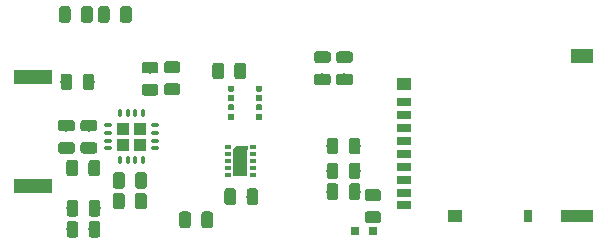
<source format=gbr>
G04 #@! TF.GenerationSoftware,KiCad,Pcbnew,(5.1.4)-1*
G04 #@! TF.CreationDate,2019-12-01T21:56:44-05:00*
G04 #@! TF.ProjectId,Feather-weather-station,46656174-6865-4722-9d77-656174686572,rev?*
G04 #@! TF.SameCoordinates,Original*
G04 #@! TF.FileFunction,Paste,Top*
G04 #@! TF.FilePolarity,Positive*
%FSLAX46Y46*%
G04 Gerber Fmt 4.6, Leading zero omitted, Abs format (unit mm)*
G04 Created by KiCad (PCBNEW (5.1.4)-1) date 2019-12-01 21:56:44*
%MOMM*%
%LPD*%
G04 APERTURE LIST*
%ADD10R,1.200000X0.700000*%
%ADD11R,1.200000X1.000000*%
%ADD12R,0.800000X1.000000*%
%ADD13R,2.800000X1.000000*%
%ADD14R,1.900000X1.300000*%
%ADD15O,0.800000X0.350000*%
%ADD16O,0.350000X0.800000*%
%ADD17R,1.130000X1.130000*%
%ADD18C,0.300000*%
%ADD19C,0.100000*%
%ADD20R,1.000000X0.300000*%
%ADD21R,1.300000X2.200000*%
%ADD22R,0.600000X0.400000*%
%ADD23C,0.975000*%
%ADD24C,0.500000*%
%ADD25R,3.200000X1.300000*%
%ADD26R,0.800000X0.800000*%
G04 APERTURE END LIST*
D10*
X153641200Y-68295500D03*
X153641200Y-67345500D03*
X153641200Y-59645500D03*
X153641200Y-60745500D03*
X153641200Y-61845500D03*
X153641200Y-62945500D03*
X153641200Y-64045500D03*
X153641200Y-65145500D03*
X153641200Y-66245500D03*
D11*
X153641200Y-58095500D03*
X157941200Y-69245500D03*
D12*
X164141200Y-69245500D03*
D13*
X168291200Y-69245500D03*
D14*
X168741200Y-55745500D03*
D15*
X128568700Y-61572500D03*
X128568700Y-62222500D03*
X128568700Y-62872500D03*
X128568700Y-63522500D03*
D16*
X129593700Y-64547500D03*
X130243700Y-64547500D03*
X130893700Y-64547500D03*
X131543700Y-64547500D03*
D15*
X132568700Y-63522500D03*
X132568700Y-62872500D03*
X132568700Y-62222500D03*
X132568700Y-61572500D03*
D16*
X131543700Y-60547500D03*
X130893700Y-60547500D03*
X130243700Y-60547500D03*
X129593700Y-60547500D03*
D17*
X131268700Y-63247500D03*
X131268700Y-61847500D03*
X129868700Y-61847500D03*
X129868700Y-63247500D03*
D18*
X139788900Y-63492200D03*
D19*
G36*
X139138900Y-63642200D02*
G01*
X139438900Y-63342200D01*
X140138900Y-63342200D01*
X140438900Y-63642200D01*
X139138900Y-63642200D01*
X139138900Y-63642200D01*
G37*
D20*
X139938900Y-63492200D03*
D21*
X139788900Y-64742200D03*
D22*
X140838900Y-65792200D03*
X140838900Y-65192200D03*
X140838900Y-63392200D03*
X140838900Y-63992200D03*
X138738900Y-65792200D03*
X138738900Y-63392200D03*
X138738900Y-63992200D03*
X138738900Y-64592200D03*
X138738900Y-65192200D03*
X140838900Y-64592200D03*
D19*
G36*
X127429342Y-61123674D02*
G01*
X127453003Y-61127184D01*
X127476207Y-61132996D01*
X127498729Y-61141054D01*
X127520353Y-61151282D01*
X127540870Y-61163579D01*
X127560083Y-61177829D01*
X127577807Y-61193893D01*
X127593871Y-61211617D01*
X127608121Y-61230830D01*
X127620418Y-61251347D01*
X127630646Y-61272971D01*
X127638704Y-61295493D01*
X127644516Y-61318697D01*
X127648026Y-61342358D01*
X127649200Y-61366250D01*
X127649200Y-61853750D01*
X127648026Y-61877642D01*
X127644516Y-61901303D01*
X127638704Y-61924507D01*
X127630646Y-61947029D01*
X127620418Y-61968653D01*
X127608121Y-61989170D01*
X127593871Y-62008383D01*
X127577807Y-62026107D01*
X127560083Y-62042171D01*
X127540870Y-62056421D01*
X127520353Y-62068718D01*
X127498729Y-62078946D01*
X127476207Y-62087004D01*
X127453003Y-62092816D01*
X127429342Y-62096326D01*
X127405450Y-62097500D01*
X126492950Y-62097500D01*
X126469058Y-62096326D01*
X126445397Y-62092816D01*
X126422193Y-62087004D01*
X126399671Y-62078946D01*
X126378047Y-62068718D01*
X126357530Y-62056421D01*
X126338317Y-62042171D01*
X126320593Y-62026107D01*
X126304529Y-62008383D01*
X126290279Y-61989170D01*
X126277982Y-61968653D01*
X126267754Y-61947029D01*
X126259696Y-61924507D01*
X126253884Y-61901303D01*
X126250374Y-61877642D01*
X126249200Y-61853750D01*
X126249200Y-61366250D01*
X126250374Y-61342358D01*
X126253884Y-61318697D01*
X126259696Y-61295493D01*
X126267754Y-61272971D01*
X126277982Y-61251347D01*
X126290279Y-61230830D01*
X126304529Y-61211617D01*
X126320593Y-61193893D01*
X126338317Y-61177829D01*
X126357530Y-61163579D01*
X126378047Y-61151282D01*
X126399671Y-61141054D01*
X126422193Y-61132996D01*
X126445397Y-61127184D01*
X126469058Y-61123674D01*
X126492950Y-61122500D01*
X127405450Y-61122500D01*
X127429342Y-61123674D01*
X127429342Y-61123674D01*
G37*
D23*
X126949200Y-61610000D03*
D19*
G36*
X127429342Y-62998674D02*
G01*
X127453003Y-63002184D01*
X127476207Y-63007996D01*
X127498729Y-63016054D01*
X127520353Y-63026282D01*
X127540870Y-63038579D01*
X127560083Y-63052829D01*
X127577807Y-63068893D01*
X127593871Y-63086617D01*
X127608121Y-63105830D01*
X127620418Y-63126347D01*
X127630646Y-63147971D01*
X127638704Y-63170493D01*
X127644516Y-63193697D01*
X127648026Y-63217358D01*
X127649200Y-63241250D01*
X127649200Y-63728750D01*
X127648026Y-63752642D01*
X127644516Y-63776303D01*
X127638704Y-63799507D01*
X127630646Y-63822029D01*
X127620418Y-63843653D01*
X127608121Y-63864170D01*
X127593871Y-63883383D01*
X127577807Y-63901107D01*
X127560083Y-63917171D01*
X127540870Y-63931421D01*
X127520353Y-63943718D01*
X127498729Y-63953946D01*
X127476207Y-63962004D01*
X127453003Y-63967816D01*
X127429342Y-63971326D01*
X127405450Y-63972500D01*
X126492950Y-63972500D01*
X126469058Y-63971326D01*
X126445397Y-63967816D01*
X126422193Y-63962004D01*
X126399671Y-63953946D01*
X126378047Y-63943718D01*
X126357530Y-63931421D01*
X126338317Y-63917171D01*
X126320593Y-63901107D01*
X126304529Y-63883383D01*
X126290279Y-63864170D01*
X126277982Y-63843653D01*
X126267754Y-63822029D01*
X126259696Y-63799507D01*
X126253884Y-63776303D01*
X126250374Y-63752642D01*
X126249200Y-63728750D01*
X126249200Y-63241250D01*
X126250374Y-63217358D01*
X126253884Y-63193697D01*
X126259696Y-63170493D01*
X126267754Y-63147971D01*
X126277982Y-63126347D01*
X126290279Y-63105830D01*
X126304529Y-63086617D01*
X126320593Y-63068893D01*
X126338317Y-63052829D01*
X126357530Y-63038579D01*
X126378047Y-63026282D01*
X126399671Y-63016054D01*
X126422193Y-63007996D01*
X126445397Y-63002184D01*
X126469058Y-62998674D01*
X126492950Y-62997500D01*
X127405450Y-62997500D01*
X127429342Y-62998674D01*
X127429342Y-62998674D01*
G37*
D23*
X126949200Y-63485000D03*
D19*
G36*
X129771842Y-65557074D02*
G01*
X129795503Y-65560584D01*
X129818707Y-65566396D01*
X129841229Y-65574454D01*
X129862853Y-65584682D01*
X129883370Y-65596979D01*
X129902583Y-65611229D01*
X129920307Y-65627293D01*
X129936371Y-65645017D01*
X129950621Y-65664230D01*
X129962918Y-65684747D01*
X129973146Y-65706371D01*
X129981204Y-65728893D01*
X129987016Y-65752097D01*
X129990526Y-65775758D01*
X129991700Y-65799650D01*
X129991700Y-66712150D01*
X129990526Y-66736042D01*
X129987016Y-66759703D01*
X129981204Y-66782907D01*
X129973146Y-66805429D01*
X129962918Y-66827053D01*
X129950621Y-66847570D01*
X129936371Y-66866783D01*
X129920307Y-66884507D01*
X129902583Y-66900571D01*
X129883370Y-66914821D01*
X129862853Y-66927118D01*
X129841229Y-66937346D01*
X129818707Y-66945404D01*
X129795503Y-66951216D01*
X129771842Y-66954726D01*
X129747950Y-66955900D01*
X129260450Y-66955900D01*
X129236558Y-66954726D01*
X129212897Y-66951216D01*
X129189693Y-66945404D01*
X129167171Y-66937346D01*
X129145547Y-66927118D01*
X129125030Y-66914821D01*
X129105817Y-66900571D01*
X129088093Y-66884507D01*
X129072029Y-66866783D01*
X129057779Y-66847570D01*
X129045482Y-66827053D01*
X129035254Y-66805429D01*
X129027196Y-66782907D01*
X129021384Y-66759703D01*
X129017874Y-66736042D01*
X129016700Y-66712150D01*
X129016700Y-65799650D01*
X129017874Y-65775758D01*
X129021384Y-65752097D01*
X129027196Y-65728893D01*
X129035254Y-65706371D01*
X129045482Y-65684747D01*
X129057779Y-65664230D01*
X129072029Y-65645017D01*
X129088093Y-65627293D01*
X129105817Y-65611229D01*
X129125030Y-65596979D01*
X129145547Y-65584682D01*
X129167171Y-65574454D01*
X129189693Y-65566396D01*
X129212897Y-65560584D01*
X129236558Y-65557074D01*
X129260450Y-65555900D01*
X129747950Y-65555900D01*
X129771842Y-65557074D01*
X129771842Y-65557074D01*
G37*
D23*
X129504200Y-66255900D03*
D19*
G36*
X131646842Y-65557074D02*
G01*
X131670503Y-65560584D01*
X131693707Y-65566396D01*
X131716229Y-65574454D01*
X131737853Y-65584682D01*
X131758370Y-65596979D01*
X131777583Y-65611229D01*
X131795307Y-65627293D01*
X131811371Y-65645017D01*
X131825621Y-65664230D01*
X131837918Y-65684747D01*
X131848146Y-65706371D01*
X131856204Y-65728893D01*
X131862016Y-65752097D01*
X131865526Y-65775758D01*
X131866700Y-65799650D01*
X131866700Y-66712150D01*
X131865526Y-66736042D01*
X131862016Y-66759703D01*
X131856204Y-66782907D01*
X131848146Y-66805429D01*
X131837918Y-66827053D01*
X131825621Y-66847570D01*
X131811371Y-66866783D01*
X131795307Y-66884507D01*
X131777583Y-66900571D01*
X131758370Y-66914821D01*
X131737853Y-66927118D01*
X131716229Y-66937346D01*
X131693707Y-66945404D01*
X131670503Y-66951216D01*
X131646842Y-66954726D01*
X131622950Y-66955900D01*
X131135450Y-66955900D01*
X131111558Y-66954726D01*
X131087897Y-66951216D01*
X131064693Y-66945404D01*
X131042171Y-66937346D01*
X131020547Y-66927118D01*
X131000030Y-66914821D01*
X130980817Y-66900571D01*
X130963093Y-66884507D01*
X130947029Y-66866783D01*
X130932779Y-66847570D01*
X130920482Y-66827053D01*
X130910254Y-66805429D01*
X130902196Y-66782907D01*
X130896384Y-66759703D01*
X130892874Y-66736042D01*
X130891700Y-66712150D01*
X130891700Y-65799650D01*
X130892874Y-65775758D01*
X130896384Y-65752097D01*
X130902196Y-65728893D01*
X130910254Y-65706371D01*
X130920482Y-65684747D01*
X130932779Y-65664230D01*
X130947029Y-65645017D01*
X130963093Y-65627293D01*
X130980817Y-65611229D01*
X131000030Y-65596979D01*
X131020547Y-65584682D01*
X131042171Y-65574454D01*
X131064693Y-65566396D01*
X131087897Y-65560584D01*
X131111558Y-65557074D01*
X131135450Y-65555900D01*
X131622950Y-65555900D01*
X131646842Y-65557074D01*
X131646842Y-65557074D01*
G37*
D23*
X131379200Y-66255900D03*
D19*
G36*
X139195242Y-66915974D02*
G01*
X139218903Y-66919484D01*
X139242107Y-66925296D01*
X139264629Y-66933354D01*
X139286253Y-66943582D01*
X139306770Y-66955879D01*
X139325983Y-66970129D01*
X139343707Y-66986193D01*
X139359771Y-67003917D01*
X139374021Y-67023130D01*
X139386318Y-67043647D01*
X139396546Y-67065271D01*
X139404604Y-67087793D01*
X139410416Y-67110997D01*
X139413926Y-67134658D01*
X139415100Y-67158550D01*
X139415100Y-68071050D01*
X139413926Y-68094942D01*
X139410416Y-68118603D01*
X139404604Y-68141807D01*
X139396546Y-68164329D01*
X139386318Y-68185953D01*
X139374021Y-68206470D01*
X139359771Y-68225683D01*
X139343707Y-68243407D01*
X139325983Y-68259471D01*
X139306770Y-68273721D01*
X139286253Y-68286018D01*
X139264629Y-68296246D01*
X139242107Y-68304304D01*
X139218903Y-68310116D01*
X139195242Y-68313626D01*
X139171350Y-68314800D01*
X138683850Y-68314800D01*
X138659958Y-68313626D01*
X138636297Y-68310116D01*
X138613093Y-68304304D01*
X138590571Y-68296246D01*
X138568947Y-68286018D01*
X138548430Y-68273721D01*
X138529217Y-68259471D01*
X138511493Y-68243407D01*
X138495429Y-68225683D01*
X138481179Y-68206470D01*
X138468882Y-68185953D01*
X138458654Y-68164329D01*
X138450596Y-68141807D01*
X138444784Y-68118603D01*
X138441274Y-68094942D01*
X138440100Y-68071050D01*
X138440100Y-67158550D01*
X138441274Y-67134658D01*
X138444784Y-67110997D01*
X138450596Y-67087793D01*
X138458654Y-67065271D01*
X138468882Y-67043647D01*
X138481179Y-67023130D01*
X138495429Y-67003917D01*
X138511493Y-66986193D01*
X138529217Y-66970129D01*
X138548430Y-66955879D01*
X138568947Y-66943582D01*
X138590571Y-66933354D01*
X138613093Y-66925296D01*
X138636297Y-66919484D01*
X138659958Y-66915974D01*
X138683850Y-66914800D01*
X139171350Y-66914800D01*
X139195242Y-66915974D01*
X139195242Y-66915974D01*
G37*
D23*
X138927600Y-67614800D03*
D19*
G36*
X141070242Y-66915974D02*
G01*
X141093903Y-66919484D01*
X141117107Y-66925296D01*
X141139629Y-66933354D01*
X141161253Y-66943582D01*
X141181770Y-66955879D01*
X141200983Y-66970129D01*
X141218707Y-66986193D01*
X141234771Y-67003917D01*
X141249021Y-67023130D01*
X141261318Y-67043647D01*
X141271546Y-67065271D01*
X141279604Y-67087793D01*
X141285416Y-67110997D01*
X141288926Y-67134658D01*
X141290100Y-67158550D01*
X141290100Y-68071050D01*
X141288926Y-68094942D01*
X141285416Y-68118603D01*
X141279604Y-68141807D01*
X141271546Y-68164329D01*
X141261318Y-68185953D01*
X141249021Y-68206470D01*
X141234771Y-68225683D01*
X141218707Y-68243407D01*
X141200983Y-68259471D01*
X141181770Y-68273721D01*
X141161253Y-68286018D01*
X141139629Y-68296246D01*
X141117107Y-68304304D01*
X141093903Y-68310116D01*
X141070242Y-68313626D01*
X141046350Y-68314800D01*
X140558850Y-68314800D01*
X140534958Y-68313626D01*
X140511297Y-68310116D01*
X140488093Y-68304304D01*
X140465571Y-68296246D01*
X140443947Y-68286018D01*
X140423430Y-68273721D01*
X140404217Y-68259471D01*
X140386493Y-68243407D01*
X140370429Y-68225683D01*
X140356179Y-68206470D01*
X140343882Y-68185953D01*
X140333654Y-68164329D01*
X140325596Y-68141807D01*
X140319784Y-68118603D01*
X140316274Y-68094942D01*
X140315100Y-68071050D01*
X140315100Y-67158550D01*
X140316274Y-67134658D01*
X140319784Y-67110997D01*
X140325596Y-67087793D01*
X140333654Y-67065271D01*
X140343882Y-67043647D01*
X140356179Y-67023130D01*
X140370429Y-67003917D01*
X140386493Y-66986193D01*
X140404217Y-66970129D01*
X140423430Y-66955879D01*
X140443947Y-66943582D01*
X140465571Y-66933354D01*
X140488093Y-66925296D01*
X140511297Y-66919484D01*
X140534958Y-66915974D01*
X140558850Y-66914800D01*
X141046350Y-66914800D01*
X141070242Y-66915974D01*
X141070242Y-66915974D01*
G37*
D23*
X140802600Y-67614800D03*
D19*
G36*
X138166542Y-56273374D02*
G01*
X138190203Y-56276884D01*
X138213407Y-56282696D01*
X138235929Y-56290754D01*
X138257553Y-56300982D01*
X138278070Y-56313279D01*
X138297283Y-56327529D01*
X138315007Y-56343593D01*
X138331071Y-56361317D01*
X138345321Y-56380530D01*
X138357618Y-56401047D01*
X138367846Y-56422671D01*
X138375904Y-56445193D01*
X138381716Y-56468397D01*
X138385226Y-56492058D01*
X138386400Y-56515950D01*
X138386400Y-57428450D01*
X138385226Y-57452342D01*
X138381716Y-57476003D01*
X138375904Y-57499207D01*
X138367846Y-57521729D01*
X138357618Y-57543353D01*
X138345321Y-57563870D01*
X138331071Y-57583083D01*
X138315007Y-57600807D01*
X138297283Y-57616871D01*
X138278070Y-57631121D01*
X138257553Y-57643418D01*
X138235929Y-57653646D01*
X138213407Y-57661704D01*
X138190203Y-57667516D01*
X138166542Y-57671026D01*
X138142650Y-57672200D01*
X137655150Y-57672200D01*
X137631258Y-57671026D01*
X137607597Y-57667516D01*
X137584393Y-57661704D01*
X137561871Y-57653646D01*
X137540247Y-57643418D01*
X137519730Y-57631121D01*
X137500517Y-57616871D01*
X137482793Y-57600807D01*
X137466729Y-57583083D01*
X137452479Y-57563870D01*
X137440182Y-57543353D01*
X137429954Y-57521729D01*
X137421896Y-57499207D01*
X137416084Y-57476003D01*
X137412574Y-57452342D01*
X137411400Y-57428450D01*
X137411400Y-56515950D01*
X137412574Y-56492058D01*
X137416084Y-56468397D01*
X137421896Y-56445193D01*
X137429954Y-56422671D01*
X137440182Y-56401047D01*
X137452479Y-56380530D01*
X137466729Y-56361317D01*
X137482793Y-56343593D01*
X137500517Y-56327529D01*
X137519730Y-56313279D01*
X137540247Y-56300982D01*
X137561871Y-56290754D01*
X137584393Y-56282696D01*
X137607597Y-56276884D01*
X137631258Y-56273374D01*
X137655150Y-56272200D01*
X138142650Y-56272200D01*
X138166542Y-56273374D01*
X138166542Y-56273374D01*
G37*
D23*
X137898900Y-56972200D03*
D19*
G36*
X140041542Y-56273374D02*
G01*
X140065203Y-56276884D01*
X140088407Y-56282696D01*
X140110929Y-56290754D01*
X140132553Y-56300982D01*
X140153070Y-56313279D01*
X140172283Y-56327529D01*
X140190007Y-56343593D01*
X140206071Y-56361317D01*
X140220321Y-56380530D01*
X140232618Y-56401047D01*
X140242846Y-56422671D01*
X140250904Y-56445193D01*
X140256716Y-56468397D01*
X140260226Y-56492058D01*
X140261400Y-56515950D01*
X140261400Y-57428450D01*
X140260226Y-57452342D01*
X140256716Y-57476003D01*
X140250904Y-57499207D01*
X140242846Y-57521729D01*
X140232618Y-57543353D01*
X140220321Y-57563870D01*
X140206071Y-57583083D01*
X140190007Y-57600807D01*
X140172283Y-57616871D01*
X140153070Y-57631121D01*
X140132553Y-57643418D01*
X140110929Y-57653646D01*
X140088407Y-57661704D01*
X140065203Y-57667516D01*
X140041542Y-57671026D01*
X140017650Y-57672200D01*
X139530150Y-57672200D01*
X139506258Y-57671026D01*
X139482597Y-57667516D01*
X139459393Y-57661704D01*
X139436871Y-57653646D01*
X139415247Y-57643418D01*
X139394730Y-57631121D01*
X139375517Y-57616871D01*
X139357793Y-57600807D01*
X139341729Y-57583083D01*
X139327479Y-57563870D01*
X139315182Y-57543353D01*
X139304954Y-57521729D01*
X139296896Y-57499207D01*
X139291084Y-57476003D01*
X139287574Y-57452342D01*
X139286400Y-57428450D01*
X139286400Y-56515950D01*
X139287574Y-56492058D01*
X139291084Y-56468397D01*
X139296896Y-56445193D01*
X139304954Y-56422671D01*
X139315182Y-56401047D01*
X139327479Y-56380530D01*
X139341729Y-56361317D01*
X139357793Y-56343593D01*
X139375517Y-56327529D01*
X139394730Y-56313279D01*
X139415247Y-56300982D01*
X139436871Y-56290754D01*
X139459393Y-56282696D01*
X139482597Y-56276884D01*
X139506258Y-56273374D01*
X139530150Y-56272200D01*
X140017650Y-56272200D01*
X140041542Y-56273374D01*
X140041542Y-56273374D01*
G37*
D23*
X139773900Y-56972200D03*
D19*
G36*
X128489142Y-51498174D02*
G01*
X128512803Y-51501684D01*
X128536007Y-51507496D01*
X128558529Y-51515554D01*
X128580153Y-51525782D01*
X128600670Y-51538079D01*
X128619883Y-51552329D01*
X128637607Y-51568393D01*
X128653671Y-51586117D01*
X128667921Y-51605330D01*
X128680218Y-51625847D01*
X128690446Y-51647471D01*
X128698504Y-51669993D01*
X128704316Y-51693197D01*
X128707826Y-51716858D01*
X128709000Y-51740750D01*
X128709000Y-52653250D01*
X128707826Y-52677142D01*
X128704316Y-52700803D01*
X128698504Y-52724007D01*
X128690446Y-52746529D01*
X128680218Y-52768153D01*
X128667921Y-52788670D01*
X128653671Y-52807883D01*
X128637607Y-52825607D01*
X128619883Y-52841671D01*
X128600670Y-52855921D01*
X128580153Y-52868218D01*
X128558529Y-52878446D01*
X128536007Y-52886504D01*
X128512803Y-52892316D01*
X128489142Y-52895826D01*
X128465250Y-52897000D01*
X127977750Y-52897000D01*
X127953858Y-52895826D01*
X127930197Y-52892316D01*
X127906993Y-52886504D01*
X127884471Y-52878446D01*
X127862847Y-52868218D01*
X127842330Y-52855921D01*
X127823117Y-52841671D01*
X127805393Y-52825607D01*
X127789329Y-52807883D01*
X127775079Y-52788670D01*
X127762782Y-52768153D01*
X127752554Y-52746529D01*
X127744496Y-52724007D01*
X127738684Y-52700803D01*
X127735174Y-52677142D01*
X127734000Y-52653250D01*
X127734000Y-51740750D01*
X127735174Y-51716858D01*
X127738684Y-51693197D01*
X127744496Y-51669993D01*
X127752554Y-51647471D01*
X127762782Y-51625847D01*
X127775079Y-51605330D01*
X127789329Y-51586117D01*
X127805393Y-51568393D01*
X127823117Y-51552329D01*
X127842330Y-51538079D01*
X127862847Y-51525782D01*
X127884471Y-51515554D01*
X127906993Y-51507496D01*
X127930197Y-51501684D01*
X127953858Y-51498174D01*
X127977750Y-51497000D01*
X128465250Y-51497000D01*
X128489142Y-51498174D01*
X128489142Y-51498174D01*
G37*
D23*
X128221500Y-52197000D03*
D19*
G36*
X130364142Y-51498174D02*
G01*
X130387803Y-51501684D01*
X130411007Y-51507496D01*
X130433529Y-51515554D01*
X130455153Y-51525782D01*
X130475670Y-51538079D01*
X130494883Y-51552329D01*
X130512607Y-51568393D01*
X130528671Y-51586117D01*
X130542921Y-51605330D01*
X130555218Y-51625847D01*
X130565446Y-51647471D01*
X130573504Y-51669993D01*
X130579316Y-51693197D01*
X130582826Y-51716858D01*
X130584000Y-51740750D01*
X130584000Y-52653250D01*
X130582826Y-52677142D01*
X130579316Y-52700803D01*
X130573504Y-52724007D01*
X130565446Y-52746529D01*
X130555218Y-52768153D01*
X130542921Y-52788670D01*
X130528671Y-52807883D01*
X130512607Y-52825607D01*
X130494883Y-52841671D01*
X130475670Y-52855921D01*
X130455153Y-52868218D01*
X130433529Y-52878446D01*
X130411007Y-52886504D01*
X130387803Y-52892316D01*
X130364142Y-52895826D01*
X130340250Y-52897000D01*
X129852750Y-52897000D01*
X129828858Y-52895826D01*
X129805197Y-52892316D01*
X129781993Y-52886504D01*
X129759471Y-52878446D01*
X129737847Y-52868218D01*
X129717330Y-52855921D01*
X129698117Y-52841671D01*
X129680393Y-52825607D01*
X129664329Y-52807883D01*
X129650079Y-52788670D01*
X129637782Y-52768153D01*
X129627554Y-52746529D01*
X129619496Y-52724007D01*
X129613684Y-52700803D01*
X129610174Y-52677142D01*
X129609000Y-52653250D01*
X129609000Y-51740750D01*
X129610174Y-51716858D01*
X129613684Y-51693197D01*
X129619496Y-51669993D01*
X129627554Y-51647471D01*
X129637782Y-51625847D01*
X129650079Y-51605330D01*
X129664329Y-51586117D01*
X129680393Y-51568393D01*
X129698117Y-51552329D01*
X129717330Y-51538079D01*
X129737847Y-51525782D01*
X129759471Y-51515554D01*
X129781993Y-51507496D01*
X129805197Y-51501684D01*
X129828858Y-51498174D01*
X129852750Y-51497000D01*
X130340250Y-51497000D01*
X130364142Y-51498174D01*
X130364142Y-51498174D01*
G37*
D23*
X130096500Y-52197000D03*
D19*
G36*
X127062142Y-51498174D02*
G01*
X127085803Y-51501684D01*
X127109007Y-51507496D01*
X127131529Y-51515554D01*
X127153153Y-51525782D01*
X127173670Y-51538079D01*
X127192883Y-51552329D01*
X127210607Y-51568393D01*
X127226671Y-51586117D01*
X127240921Y-51605330D01*
X127253218Y-51625847D01*
X127263446Y-51647471D01*
X127271504Y-51669993D01*
X127277316Y-51693197D01*
X127280826Y-51716858D01*
X127282000Y-51740750D01*
X127282000Y-52653250D01*
X127280826Y-52677142D01*
X127277316Y-52700803D01*
X127271504Y-52724007D01*
X127263446Y-52746529D01*
X127253218Y-52768153D01*
X127240921Y-52788670D01*
X127226671Y-52807883D01*
X127210607Y-52825607D01*
X127192883Y-52841671D01*
X127173670Y-52855921D01*
X127153153Y-52868218D01*
X127131529Y-52878446D01*
X127109007Y-52886504D01*
X127085803Y-52892316D01*
X127062142Y-52895826D01*
X127038250Y-52897000D01*
X126550750Y-52897000D01*
X126526858Y-52895826D01*
X126503197Y-52892316D01*
X126479993Y-52886504D01*
X126457471Y-52878446D01*
X126435847Y-52868218D01*
X126415330Y-52855921D01*
X126396117Y-52841671D01*
X126378393Y-52825607D01*
X126362329Y-52807883D01*
X126348079Y-52788670D01*
X126335782Y-52768153D01*
X126325554Y-52746529D01*
X126317496Y-52724007D01*
X126311684Y-52700803D01*
X126308174Y-52677142D01*
X126307000Y-52653250D01*
X126307000Y-51740750D01*
X126308174Y-51716858D01*
X126311684Y-51693197D01*
X126317496Y-51669993D01*
X126325554Y-51647471D01*
X126335782Y-51625847D01*
X126348079Y-51605330D01*
X126362329Y-51586117D01*
X126378393Y-51568393D01*
X126396117Y-51552329D01*
X126415330Y-51538079D01*
X126435847Y-51525782D01*
X126457471Y-51515554D01*
X126479993Y-51507496D01*
X126503197Y-51501684D01*
X126526858Y-51498174D01*
X126550750Y-51497000D01*
X127038250Y-51497000D01*
X127062142Y-51498174D01*
X127062142Y-51498174D01*
G37*
D23*
X126794500Y-52197000D03*
D19*
G36*
X125187142Y-51498174D02*
G01*
X125210803Y-51501684D01*
X125234007Y-51507496D01*
X125256529Y-51515554D01*
X125278153Y-51525782D01*
X125298670Y-51538079D01*
X125317883Y-51552329D01*
X125335607Y-51568393D01*
X125351671Y-51586117D01*
X125365921Y-51605330D01*
X125378218Y-51625847D01*
X125388446Y-51647471D01*
X125396504Y-51669993D01*
X125402316Y-51693197D01*
X125405826Y-51716858D01*
X125407000Y-51740750D01*
X125407000Y-52653250D01*
X125405826Y-52677142D01*
X125402316Y-52700803D01*
X125396504Y-52724007D01*
X125388446Y-52746529D01*
X125378218Y-52768153D01*
X125365921Y-52788670D01*
X125351671Y-52807883D01*
X125335607Y-52825607D01*
X125317883Y-52841671D01*
X125298670Y-52855921D01*
X125278153Y-52868218D01*
X125256529Y-52878446D01*
X125234007Y-52886504D01*
X125210803Y-52892316D01*
X125187142Y-52895826D01*
X125163250Y-52897000D01*
X124675750Y-52897000D01*
X124651858Y-52895826D01*
X124628197Y-52892316D01*
X124604993Y-52886504D01*
X124582471Y-52878446D01*
X124560847Y-52868218D01*
X124540330Y-52855921D01*
X124521117Y-52841671D01*
X124503393Y-52825607D01*
X124487329Y-52807883D01*
X124473079Y-52788670D01*
X124460782Y-52768153D01*
X124450554Y-52746529D01*
X124442496Y-52724007D01*
X124436684Y-52700803D01*
X124433174Y-52677142D01*
X124432000Y-52653250D01*
X124432000Y-51740750D01*
X124433174Y-51716858D01*
X124436684Y-51693197D01*
X124442496Y-51669993D01*
X124450554Y-51647471D01*
X124460782Y-51625847D01*
X124473079Y-51605330D01*
X124487329Y-51586117D01*
X124503393Y-51568393D01*
X124521117Y-51552329D01*
X124540330Y-51538079D01*
X124560847Y-51525782D01*
X124582471Y-51515554D01*
X124604993Y-51507496D01*
X124628197Y-51501684D01*
X124651858Y-51498174D01*
X124675750Y-51497000D01*
X125163250Y-51497000D01*
X125187142Y-51498174D01*
X125187142Y-51498174D01*
G37*
D23*
X124919500Y-52197000D03*
D19*
G36*
X149729102Y-62636074D02*
G01*
X149752763Y-62639584D01*
X149775967Y-62645396D01*
X149798489Y-62653454D01*
X149820113Y-62663682D01*
X149840630Y-62675979D01*
X149859843Y-62690229D01*
X149877567Y-62706293D01*
X149893631Y-62724017D01*
X149907881Y-62743230D01*
X149920178Y-62763747D01*
X149930406Y-62785371D01*
X149938464Y-62807893D01*
X149944276Y-62831097D01*
X149947786Y-62854758D01*
X149948960Y-62878650D01*
X149948960Y-63791150D01*
X149947786Y-63815042D01*
X149944276Y-63838703D01*
X149938464Y-63861907D01*
X149930406Y-63884429D01*
X149920178Y-63906053D01*
X149907881Y-63926570D01*
X149893631Y-63945783D01*
X149877567Y-63963507D01*
X149859843Y-63979571D01*
X149840630Y-63993821D01*
X149820113Y-64006118D01*
X149798489Y-64016346D01*
X149775967Y-64024404D01*
X149752763Y-64030216D01*
X149729102Y-64033726D01*
X149705210Y-64034900D01*
X149217710Y-64034900D01*
X149193818Y-64033726D01*
X149170157Y-64030216D01*
X149146953Y-64024404D01*
X149124431Y-64016346D01*
X149102807Y-64006118D01*
X149082290Y-63993821D01*
X149063077Y-63979571D01*
X149045353Y-63963507D01*
X149029289Y-63945783D01*
X149015039Y-63926570D01*
X149002742Y-63906053D01*
X148992514Y-63884429D01*
X148984456Y-63861907D01*
X148978644Y-63838703D01*
X148975134Y-63815042D01*
X148973960Y-63791150D01*
X148973960Y-62878650D01*
X148975134Y-62854758D01*
X148978644Y-62831097D01*
X148984456Y-62807893D01*
X148992514Y-62785371D01*
X149002742Y-62763747D01*
X149015039Y-62743230D01*
X149029289Y-62724017D01*
X149045353Y-62706293D01*
X149063077Y-62690229D01*
X149082290Y-62675979D01*
X149102807Y-62663682D01*
X149124431Y-62653454D01*
X149146953Y-62645396D01*
X149170157Y-62639584D01*
X149193818Y-62636074D01*
X149217710Y-62634900D01*
X149705210Y-62634900D01*
X149729102Y-62636074D01*
X149729102Y-62636074D01*
G37*
D23*
X149461460Y-63334900D03*
D19*
G36*
X147854102Y-62636074D02*
G01*
X147877763Y-62639584D01*
X147900967Y-62645396D01*
X147923489Y-62653454D01*
X147945113Y-62663682D01*
X147965630Y-62675979D01*
X147984843Y-62690229D01*
X148002567Y-62706293D01*
X148018631Y-62724017D01*
X148032881Y-62743230D01*
X148045178Y-62763747D01*
X148055406Y-62785371D01*
X148063464Y-62807893D01*
X148069276Y-62831097D01*
X148072786Y-62854758D01*
X148073960Y-62878650D01*
X148073960Y-63791150D01*
X148072786Y-63815042D01*
X148069276Y-63838703D01*
X148063464Y-63861907D01*
X148055406Y-63884429D01*
X148045178Y-63906053D01*
X148032881Y-63926570D01*
X148018631Y-63945783D01*
X148002567Y-63963507D01*
X147984843Y-63979571D01*
X147965630Y-63993821D01*
X147945113Y-64006118D01*
X147923489Y-64016346D01*
X147900967Y-64024404D01*
X147877763Y-64030216D01*
X147854102Y-64033726D01*
X147830210Y-64034900D01*
X147342710Y-64034900D01*
X147318818Y-64033726D01*
X147295157Y-64030216D01*
X147271953Y-64024404D01*
X147249431Y-64016346D01*
X147227807Y-64006118D01*
X147207290Y-63993821D01*
X147188077Y-63979571D01*
X147170353Y-63963507D01*
X147154289Y-63945783D01*
X147140039Y-63926570D01*
X147127742Y-63906053D01*
X147117514Y-63884429D01*
X147109456Y-63861907D01*
X147103644Y-63838703D01*
X147100134Y-63815042D01*
X147098960Y-63791150D01*
X147098960Y-62878650D01*
X147100134Y-62854758D01*
X147103644Y-62831097D01*
X147109456Y-62807893D01*
X147117514Y-62785371D01*
X147127742Y-62763747D01*
X147140039Y-62743230D01*
X147154289Y-62724017D01*
X147170353Y-62706293D01*
X147188077Y-62690229D01*
X147207290Y-62675979D01*
X147227807Y-62663682D01*
X147249431Y-62653454D01*
X147271953Y-62645396D01*
X147295157Y-62639584D01*
X147318818Y-62636074D01*
X147342710Y-62634900D01*
X147830210Y-62634900D01*
X147854102Y-62636074D01*
X147854102Y-62636074D01*
G37*
D23*
X147586460Y-63334900D03*
D19*
G36*
X149729102Y-66484174D02*
G01*
X149752763Y-66487684D01*
X149775967Y-66493496D01*
X149798489Y-66501554D01*
X149820113Y-66511782D01*
X149840630Y-66524079D01*
X149859843Y-66538329D01*
X149877567Y-66554393D01*
X149893631Y-66572117D01*
X149907881Y-66591330D01*
X149920178Y-66611847D01*
X149930406Y-66633471D01*
X149938464Y-66655993D01*
X149944276Y-66679197D01*
X149947786Y-66702858D01*
X149948960Y-66726750D01*
X149948960Y-67639250D01*
X149947786Y-67663142D01*
X149944276Y-67686803D01*
X149938464Y-67710007D01*
X149930406Y-67732529D01*
X149920178Y-67754153D01*
X149907881Y-67774670D01*
X149893631Y-67793883D01*
X149877567Y-67811607D01*
X149859843Y-67827671D01*
X149840630Y-67841921D01*
X149820113Y-67854218D01*
X149798489Y-67864446D01*
X149775967Y-67872504D01*
X149752763Y-67878316D01*
X149729102Y-67881826D01*
X149705210Y-67883000D01*
X149217710Y-67883000D01*
X149193818Y-67881826D01*
X149170157Y-67878316D01*
X149146953Y-67872504D01*
X149124431Y-67864446D01*
X149102807Y-67854218D01*
X149082290Y-67841921D01*
X149063077Y-67827671D01*
X149045353Y-67811607D01*
X149029289Y-67793883D01*
X149015039Y-67774670D01*
X149002742Y-67754153D01*
X148992514Y-67732529D01*
X148984456Y-67710007D01*
X148978644Y-67686803D01*
X148975134Y-67663142D01*
X148973960Y-67639250D01*
X148973960Y-66726750D01*
X148975134Y-66702858D01*
X148978644Y-66679197D01*
X148984456Y-66655993D01*
X148992514Y-66633471D01*
X149002742Y-66611847D01*
X149015039Y-66591330D01*
X149029289Y-66572117D01*
X149045353Y-66554393D01*
X149063077Y-66538329D01*
X149082290Y-66524079D01*
X149102807Y-66511782D01*
X149124431Y-66501554D01*
X149146953Y-66493496D01*
X149170157Y-66487684D01*
X149193818Y-66484174D01*
X149217710Y-66483000D01*
X149705210Y-66483000D01*
X149729102Y-66484174D01*
X149729102Y-66484174D01*
G37*
D23*
X149461460Y-67183000D03*
D19*
G36*
X147854102Y-66484174D02*
G01*
X147877763Y-66487684D01*
X147900967Y-66493496D01*
X147923489Y-66501554D01*
X147945113Y-66511782D01*
X147965630Y-66524079D01*
X147984843Y-66538329D01*
X148002567Y-66554393D01*
X148018631Y-66572117D01*
X148032881Y-66591330D01*
X148045178Y-66611847D01*
X148055406Y-66633471D01*
X148063464Y-66655993D01*
X148069276Y-66679197D01*
X148072786Y-66702858D01*
X148073960Y-66726750D01*
X148073960Y-67639250D01*
X148072786Y-67663142D01*
X148069276Y-67686803D01*
X148063464Y-67710007D01*
X148055406Y-67732529D01*
X148045178Y-67754153D01*
X148032881Y-67774670D01*
X148018631Y-67793883D01*
X148002567Y-67811607D01*
X147984843Y-67827671D01*
X147965630Y-67841921D01*
X147945113Y-67854218D01*
X147923489Y-67864446D01*
X147900967Y-67872504D01*
X147877763Y-67878316D01*
X147854102Y-67881826D01*
X147830210Y-67883000D01*
X147342710Y-67883000D01*
X147318818Y-67881826D01*
X147295157Y-67878316D01*
X147271953Y-67872504D01*
X147249431Y-67864446D01*
X147227807Y-67854218D01*
X147207290Y-67841921D01*
X147188077Y-67827671D01*
X147170353Y-67811607D01*
X147154289Y-67793883D01*
X147140039Y-67774670D01*
X147127742Y-67754153D01*
X147117514Y-67732529D01*
X147109456Y-67710007D01*
X147103644Y-67686803D01*
X147100134Y-67663142D01*
X147098960Y-67639250D01*
X147098960Y-66726750D01*
X147100134Y-66702858D01*
X147103644Y-66679197D01*
X147109456Y-66655993D01*
X147117514Y-66633471D01*
X147127742Y-66611847D01*
X147140039Y-66591330D01*
X147154289Y-66572117D01*
X147170353Y-66554393D01*
X147188077Y-66538329D01*
X147207290Y-66524079D01*
X147227807Y-66511782D01*
X147249431Y-66501554D01*
X147271953Y-66493496D01*
X147295157Y-66487684D01*
X147318818Y-66484174D01*
X147342710Y-66483000D01*
X147830210Y-66483000D01*
X147854102Y-66484174D01*
X147854102Y-66484174D01*
G37*
D23*
X147586460Y-67183000D03*
D19*
G36*
X137247542Y-68871774D02*
G01*
X137271203Y-68875284D01*
X137294407Y-68881096D01*
X137316929Y-68889154D01*
X137338553Y-68899382D01*
X137359070Y-68911679D01*
X137378283Y-68925929D01*
X137396007Y-68941993D01*
X137412071Y-68959717D01*
X137426321Y-68978930D01*
X137438618Y-68999447D01*
X137448846Y-69021071D01*
X137456904Y-69043593D01*
X137462716Y-69066797D01*
X137466226Y-69090458D01*
X137467400Y-69114350D01*
X137467400Y-70026850D01*
X137466226Y-70050742D01*
X137462716Y-70074403D01*
X137456904Y-70097607D01*
X137448846Y-70120129D01*
X137438618Y-70141753D01*
X137426321Y-70162270D01*
X137412071Y-70181483D01*
X137396007Y-70199207D01*
X137378283Y-70215271D01*
X137359070Y-70229521D01*
X137338553Y-70241818D01*
X137316929Y-70252046D01*
X137294407Y-70260104D01*
X137271203Y-70265916D01*
X137247542Y-70269426D01*
X137223650Y-70270600D01*
X136736150Y-70270600D01*
X136712258Y-70269426D01*
X136688597Y-70265916D01*
X136665393Y-70260104D01*
X136642871Y-70252046D01*
X136621247Y-70241818D01*
X136600730Y-70229521D01*
X136581517Y-70215271D01*
X136563793Y-70199207D01*
X136547729Y-70181483D01*
X136533479Y-70162270D01*
X136521182Y-70141753D01*
X136510954Y-70120129D01*
X136502896Y-70097607D01*
X136497084Y-70074403D01*
X136493574Y-70050742D01*
X136492400Y-70026850D01*
X136492400Y-69114350D01*
X136493574Y-69090458D01*
X136497084Y-69066797D01*
X136502896Y-69043593D01*
X136510954Y-69021071D01*
X136521182Y-68999447D01*
X136533479Y-68978930D01*
X136547729Y-68959717D01*
X136563793Y-68941993D01*
X136581517Y-68925929D01*
X136600730Y-68911679D01*
X136621247Y-68899382D01*
X136642871Y-68889154D01*
X136665393Y-68881096D01*
X136688597Y-68875284D01*
X136712258Y-68871774D01*
X136736150Y-68870600D01*
X137223650Y-68870600D01*
X137247542Y-68871774D01*
X137247542Y-68871774D01*
G37*
D23*
X136979900Y-69570600D03*
D19*
G36*
X135372542Y-68871774D02*
G01*
X135396203Y-68875284D01*
X135419407Y-68881096D01*
X135441929Y-68889154D01*
X135463553Y-68899382D01*
X135484070Y-68911679D01*
X135503283Y-68925929D01*
X135521007Y-68941993D01*
X135537071Y-68959717D01*
X135551321Y-68978930D01*
X135563618Y-68999447D01*
X135573846Y-69021071D01*
X135581904Y-69043593D01*
X135587716Y-69066797D01*
X135591226Y-69090458D01*
X135592400Y-69114350D01*
X135592400Y-70026850D01*
X135591226Y-70050742D01*
X135587716Y-70074403D01*
X135581904Y-70097607D01*
X135573846Y-70120129D01*
X135563618Y-70141753D01*
X135551321Y-70162270D01*
X135537071Y-70181483D01*
X135521007Y-70199207D01*
X135503283Y-70215271D01*
X135484070Y-70229521D01*
X135463553Y-70241818D01*
X135441929Y-70252046D01*
X135419407Y-70260104D01*
X135396203Y-70265916D01*
X135372542Y-70269426D01*
X135348650Y-70270600D01*
X134861150Y-70270600D01*
X134837258Y-70269426D01*
X134813597Y-70265916D01*
X134790393Y-70260104D01*
X134767871Y-70252046D01*
X134746247Y-70241818D01*
X134725730Y-70229521D01*
X134706517Y-70215271D01*
X134688793Y-70199207D01*
X134672729Y-70181483D01*
X134658479Y-70162270D01*
X134646182Y-70141753D01*
X134635954Y-70120129D01*
X134627896Y-70097607D01*
X134622084Y-70074403D01*
X134618574Y-70050742D01*
X134617400Y-70026850D01*
X134617400Y-69114350D01*
X134618574Y-69090458D01*
X134622084Y-69066797D01*
X134627896Y-69043593D01*
X134635954Y-69021071D01*
X134646182Y-68999447D01*
X134658479Y-68978930D01*
X134672729Y-68959717D01*
X134688793Y-68941993D01*
X134706517Y-68925929D01*
X134725730Y-68911679D01*
X134746247Y-68899382D01*
X134767871Y-68889154D01*
X134790393Y-68881096D01*
X134813597Y-68875284D01*
X134837258Y-68871774D01*
X134861150Y-68870600D01*
X135348650Y-68870600D01*
X135372542Y-68871774D01*
X135372542Y-68871774D01*
G37*
D23*
X135104900Y-69570600D03*
D19*
G36*
X147854102Y-64731574D02*
G01*
X147877763Y-64735084D01*
X147900967Y-64740896D01*
X147923489Y-64748954D01*
X147945113Y-64759182D01*
X147965630Y-64771479D01*
X147984843Y-64785729D01*
X148002567Y-64801793D01*
X148018631Y-64819517D01*
X148032881Y-64838730D01*
X148045178Y-64859247D01*
X148055406Y-64880871D01*
X148063464Y-64903393D01*
X148069276Y-64926597D01*
X148072786Y-64950258D01*
X148073960Y-64974150D01*
X148073960Y-65886650D01*
X148072786Y-65910542D01*
X148069276Y-65934203D01*
X148063464Y-65957407D01*
X148055406Y-65979929D01*
X148045178Y-66001553D01*
X148032881Y-66022070D01*
X148018631Y-66041283D01*
X148002567Y-66059007D01*
X147984843Y-66075071D01*
X147965630Y-66089321D01*
X147945113Y-66101618D01*
X147923489Y-66111846D01*
X147900967Y-66119904D01*
X147877763Y-66125716D01*
X147854102Y-66129226D01*
X147830210Y-66130400D01*
X147342710Y-66130400D01*
X147318818Y-66129226D01*
X147295157Y-66125716D01*
X147271953Y-66119904D01*
X147249431Y-66111846D01*
X147227807Y-66101618D01*
X147207290Y-66089321D01*
X147188077Y-66075071D01*
X147170353Y-66059007D01*
X147154289Y-66041283D01*
X147140039Y-66022070D01*
X147127742Y-66001553D01*
X147117514Y-65979929D01*
X147109456Y-65957407D01*
X147103644Y-65934203D01*
X147100134Y-65910542D01*
X147098960Y-65886650D01*
X147098960Y-64974150D01*
X147100134Y-64950258D01*
X147103644Y-64926597D01*
X147109456Y-64903393D01*
X147117514Y-64880871D01*
X147127742Y-64859247D01*
X147140039Y-64838730D01*
X147154289Y-64819517D01*
X147170353Y-64801793D01*
X147188077Y-64785729D01*
X147207290Y-64771479D01*
X147227807Y-64759182D01*
X147249431Y-64748954D01*
X147271953Y-64740896D01*
X147295157Y-64735084D01*
X147318818Y-64731574D01*
X147342710Y-64730400D01*
X147830210Y-64730400D01*
X147854102Y-64731574D01*
X147854102Y-64731574D01*
G37*
D23*
X147586460Y-65430400D03*
D19*
G36*
X149729102Y-64731574D02*
G01*
X149752763Y-64735084D01*
X149775967Y-64740896D01*
X149798489Y-64748954D01*
X149820113Y-64759182D01*
X149840630Y-64771479D01*
X149859843Y-64785729D01*
X149877567Y-64801793D01*
X149893631Y-64819517D01*
X149907881Y-64838730D01*
X149920178Y-64859247D01*
X149930406Y-64880871D01*
X149938464Y-64903393D01*
X149944276Y-64926597D01*
X149947786Y-64950258D01*
X149948960Y-64974150D01*
X149948960Y-65886650D01*
X149947786Y-65910542D01*
X149944276Y-65934203D01*
X149938464Y-65957407D01*
X149930406Y-65979929D01*
X149920178Y-66001553D01*
X149907881Y-66022070D01*
X149893631Y-66041283D01*
X149877567Y-66059007D01*
X149859843Y-66075071D01*
X149840630Y-66089321D01*
X149820113Y-66101618D01*
X149798489Y-66111846D01*
X149775967Y-66119904D01*
X149752763Y-66125716D01*
X149729102Y-66129226D01*
X149705210Y-66130400D01*
X149217710Y-66130400D01*
X149193818Y-66129226D01*
X149170157Y-66125716D01*
X149146953Y-66119904D01*
X149124431Y-66111846D01*
X149102807Y-66101618D01*
X149082290Y-66089321D01*
X149063077Y-66075071D01*
X149045353Y-66059007D01*
X149029289Y-66041283D01*
X149015039Y-66022070D01*
X149002742Y-66001553D01*
X148992514Y-65979929D01*
X148984456Y-65957407D01*
X148978644Y-65934203D01*
X148975134Y-65910542D01*
X148973960Y-65886650D01*
X148973960Y-64974150D01*
X148975134Y-64950258D01*
X148978644Y-64926597D01*
X148984456Y-64903393D01*
X148992514Y-64880871D01*
X149002742Y-64859247D01*
X149015039Y-64838730D01*
X149029289Y-64819517D01*
X149045353Y-64801793D01*
X149063077Y-64785729D01*
X149082290Y-64771479D01*
X149102807Y-64759182D01*
X149124431Y-64748954D01*
X149146953Y-64740896D01*
X149170157Y-64735084D01*
X149193818Y-64731574D01*
X149217710Y-64730400D01*
X149705210Y-64730400D01*
X149729102Y-64731574D01*
X149729102Y-64731574D01*
G37*
D23*
X149461460Y-65430400D03*
D19*
G36*
X134490542Y-56157974D02*
G01*
X134514203Y-56161484D01*
X134537407Y-56167296D01*
X134559929Y-56175354D01*
X134581553Y-56185582D01*
X134602070Y-56197879D01*
X134621283Y-56212129D01*
X134639007Y-56228193D01*
X134655071Y-56245917D01*
X134669321Y-56265130D01*
X134681618Y-56285647D01*
X134691846Y-56307271D01*
X134699904Y-56329793D01*
X134705716Y-56352997D01*
X134709226Y-56376658D01*
X134710400Y-56400550D01*
X134710400Y-56888050D01*
X134709226Y-56911942D01*
X134705716Y-56935603D01*
X134699904Y-56958807D01*
X134691846Y-56981329D01*
X134681618Y-57002953D01*
X134669321Y-57023470D01*
X134655071Y-57042683D01*
X134639007Y-57060407D01*
X134621283Y-57076471D01*
X134602070Y-57090721D01*
X134581553Y-57103018D01*
X134559929Y-57113246D01*
X134537407Y-57121304D01*
X134514203Y-57127116D01*
X134490542Y-57130626D01*
X134466650Y-57131800D01*
X133554150Y-57131800D01*
X133530258Y-57130626D01*
X133506597Y-57127116D01*
X133483393Y-57121304D01*
X133460871Y-57113246D01*
X133439247Y-57103018D01*
X133418730Y-57090721D01*
X133399517Y-57076471D01*
X133381793Y-57060407D01*
X133365729Y-57042683D01*
X133351479Y-57023470D01*
X133339182Y-57002953D01*
X133328954Y-56981329D01*
X133320896Y-56958807D01*
X133315084Y-56935603D01*
X133311574Y-56911942D01*
X133310400Y-56888050D01*
X133310400Y-56400550D01*
X133311574Y-56376658D01*
X133315084Y-56352997D01*
X133320896Y-56329793D01*
X133328954Y-56307271D01*
X133339182Y-56285647D01*
X133351479Y-56265130D01*
X133365729Y-56245917D01*
X133381793Y-56228193D01*
X133399517Y-56212129D01*
X133418730Y-56197879D01*
X133439247Y-56185582D01*
X133460871Y-56175354D01*
X133483393Y-56167296D01*
X133506597Y-56161484D01*
X133530258Y-56157974D01*
X133554150Y-56156800D01*
X134466650Y-56156800D01*
X134490542Y-56157974D01*
X134490542Y-56157974D01*
G37*
D23*
X134010400Y-56644300D03*
D19*
G36*
X134490542Y-58032974D02*
G01*
X134514203Y-58036484D01*
X134537407Y-58042296D01*
X134559929Y-58050354D01*
X134581553Y-58060582D01*
X134602070Y-58072879D01*
X134621283Y-58087129D01*
X134639007Y-58103193D01*
X134655071Y-58120917D01*
X134669321Y-58140130D01*
X134681618Y-58160647D01*
X134691846Y-58182271D01*
X134699904Y-58204793D01*
X134705716Y-58227997D01*
X134709226Y-58251658D01*
X134710400Y-58275550D01*
X134710400Y-58763050D01*
X134709226Y-58786942D01*
X134705716Y-58810603D01*
X134699904Y-58833807D01*
X134691846Y-58856329D01*
X134681618Y-58877953D01*
X134669321Y-58898470D01*
X134655071Y-58917683D01*
X134639007Y-58935407D01*
X134621283Y-58951471D01*
X134602070Y-58965721D01*
X134581553Y-58978018D01*
X134559929Y-58988246D01*
X134537407Y-58996304D01*
X134514203Y-59002116D01*
X134490542Y-59005626D01*
X134466650Y-59006800D01*
X133554150Y-59006800D01*
X133530258Y-59005626D01*
X133506597Y-59002116D01*
X133483393Y-58996304D01*
X133460871Y-58988246D01*
X133439247Y-58978018D01*
X133418730Y-58965721D01*
X133399517Y-58951471D01*
X133381793Y-58935407D01*
X133365729Y-58917683D01*
X133351479Y-58898470D01*
X133339182Y-58877953D01*
X133328954Y-58856329D01*
X133320896Y-58833807D01*
X133315084Y-58810603D01*
X133311574Y-58786942D01*
X133310400Y-58763050D01*
X133310400Y-58275550D01*
X133311574Y-58251658D01*
X133315084Y-58227997D01*
X133320896Y-58204793D01*
X133328954Y-58182271D01*
X133339182Y-58160647D01*
X133351479Y-58140130D01*
X133365729Y-58120917D01*
X133381793Y-58103193D01*
X133399517Y-58087129D01*
X133418730Y-58072879D01*
X133439247Y-58060582D01*
X133460871Y-58050354D01*
X133483393Y-58042296D01*
X133506597Y-58036484D01*
X133530258Y-58032974D01*
X133554150Y-58031800D01*
X134466650Y-58031800D01*
X134490542Y-58032974D01*
X134490542Y-58032974D01*
G37*
D23*
X134010400Y-58519300D03*
D19*
G36*
X132610942Y-56208774D02*
G01*
X132634603Y-56212284D01*
X132657807Y-56218096D01*
X132680329Y-56226154D01*
X132701953Y-56236382D01*
X132722470Y-56248679D01*
X132741683Y-56262929D01*
X132759407Y-56278993D01*
X132775471Y-56296717D01*
X132789721Y-56315930D01*
X132802018Y-56336447D01*
X132812246Y-56358071D01*
X132820304Y-56380593D01*
X132826116Y-56403797D01*
X132829626Y-56427458D01*
X132830800Y-56451350D01*
X132830800Y-56938850D01*
X132829626Y-56962742D01*
X132826116Y-56986403D01*
X132820304Y-57009607D01*
X132812246Y-57032129D01*
X132802018Y-57053753D01*
X132789721Y-57074270D01*
X132775471Y-57093483D01*
X132759407Y-57111207D01*
X132741683Y-57127271D01*
X132722470Y-57141521D01*
X132701953Y-57153818D01*
X132680329Y-57164046D01*
X132657807Y-57172104D01*
X132634603Y-57177916D01*
X132610942Y-57181426D01*
X132587050Y-57182600D01*
X131674550Y-57182600D01*
X131650658Y-57181426D01*
X131626997Y-57177916D01*
X131603793Y-57172104D01*
X131581271Y-57164046D01*
X131559647Y-57153818D01*
X131539130Y-57141521D01*
X131519917Y-57127271D01*
X131502193Y-57111207D01*
X131486129Y-57093483D01*
X131471879Y-57074270D01*
X131459582Y-57053753D01*
X131449354Y-57032129D01*
X131441296Y-57009607D01*
X131435484Y-56986403D01*
X131431974Y-56962742D01*
X131430800Y-56938850D01*
X131430800Y-56451350D01*
X131431974Y-56427458D01*
X131435484Y-56403797D01*
X131441296Y-56380593D01*
X131449354Y-56358071D01*
X131459582Y-56336447D01*
X131471879Y-56315930D01*
X131486129Y-56296717D01*
X131502193Y-56278993D01*
X131519917Y-56262929D01*
X131539130Y-56248679D01*
X131559647Y-56236382D01*
X131581271Y-56226154D01*
X131603793Y-56218096D01*
X131626997Y-56212284D01*
X131650658Y-56208774D01*
X131674550Y-56207600D01*
X132587050Y-56207600D01*
X132610942Y-56208774D01*
X132610942Y-56208774D01*
G37*
D23*
X132130800Y-56695100D03*
D19*
G36*
X132610942Y-58083774D02*
G01*
X132634603Y-58087284D01*
X132657807Y-58093096D01*
X132680329Y-58101154D01*
X132701953Y-58111382D01*
X132722470Y-58123679D01*
X132741683Y-58137929D01*
X132759407Y-58153993D01*
X132775471Y-58171717D01*
X132789721Y-58190930D01*
X132802018Y-58211447D01*
X132812246Y-58233071D01*
X132820304Y-58255593D01*
X132826116Y-58278797D01*
X132829626Y-58302458D01*
X132830800Y-58326350D01*
X132830800Y-58813850D01*
X132829626Y-58837742D01*
X132826116Y-58861403D01*
X132820304Y-58884607D01*
X132812246Y-58907129D01*
X132802018Y-58928753D01*
X132789721Y-58949270D01*
X132775471Y-58968483D01*
X132759407Y-58986207D01*
X132741683Y-59002271D01*
X132722470Y-59016521D01*
X132701953Y-59028818D01*
X132680329Y-59039046D01*
X132657807Y-59047104D01*
X132634603Y-59052916D01*
X132610942Y-59056426D01*
X132587050Y-59057600D01*
X131674550Y-59057600D01*
X131650658Y-59056426D01*
X131626997Y-59052916D01*
X131603793Y-59047104D01*
X131581271Y-59039046D01*
X131559647Y-59028818D01*
X131539130Y-59016521D01*
X131519917Y-59002271D01*
X131502193Y-58986207D01*
X131486129Y-58968483D01*
X131471879Y-58949270D01*
X131459582Y-58928753D01*
X131449354Y-58907129D01*
X131441296Y-58884607D01*
X131435484Y-58861403D01*
X131431974Y-58837742D01*
X131430800Y-58813850D01*
X131430800Y-58326350D01*
X131431974Y-58302458D01*
X131435484Y-58278797D01*
X131441296Y-58255593D01*
X131449354Y-58233071D01*
X131459582Y-58211447D01*
X131471879Y-58190930D01*
X131486129Y-58171717D01*
X131502193Y-58153993D01*
X131519917Y-58137929D01*
X131539130Y-58123679D01*
X131559647Y-58111382D01*
X131581271Y-58101154D01*
X131603793Y-58093096D01*
X131626997Y-58087284D01*
X131650658Y-58083774D01*
X131674550Y-58082600D01*
X132587050Y-58082600D01*
X132610942Y-58083774D01*
X132610942Y-58083774D01*
G37*
D23*
X132130800Y-58570100D03*
D19*
G36*
X151483142Y-66991074D02*
G01*
X151506803Y-66994584D01*
X151530007Y-67000396D01*
X151552529Y-67008454D01*
X151574153Y-67018682D01*
X151594670Y-67030979D01*
X151613883Y-67045229D01*
X151631607Y-67061293D01*
X151647671Y-67079017D01*
X151661921Y-67098230D01*
X151674218Y-67118747D01*
X151684446Y-67140371D01*
X151692504Y-67162893D01*
X151698316Y-67186097D01*
X151701826Y-67209758D01*
X151703000Y-67233650D01*
X151703000Y-67721150D01*
X151701826Y-67745042D01*
X151698316Y-67768703D01*
X151692504Y-67791907D01*
X151684446Y-67814429D01*
X151674218Y-67836053D01*
X151661921Y-67856570D01*
X151647671Y-67875783D01*
X151631607Y-67893507D01*
X151613883Y-67909571D01*
X151594670Y-67923821D01*
X151574153Y-67936118D01*
X151552529Y-67946346D01*
X151530007Y-67954404D01*
X151506803Y-67960216D01*
X151483142Y-67963726D01*
X151459250Y-67964900D01*
X150546750Y-67964900D01*
X150522858Y-67963726D01*
X150499197Y-67960216D01*
X150475993Y-67954404D01*
X150453471Y-67946346D01*
X150431847Y-67936118D01*
X150411330Y-67923821D01*
X150392117Y-67909571D01*
X150374393Y-67893507D01*
X150358329Y-67875783D01*
X150344079Y-67856570D01*
X150331782Y-67836053D01*
X150321554Y-67814429D01*
X150313496Y-67791907D01*
X150307684Y-67768703D01*
X150304174Y-67745042D01*
X150303000Y-67721150D01*
X150303000Y-67233650D01*
X150304174Y-67209758D01*
X150307684Y-67186097D01*
X150313496Y-67162893D01*
X150321554Y-67140371D01*
X150331782Y-67118747D01*
X150344079Y-67098230D01*
X150358329Y-67079017D01*
X150374393Y-67061293D01*
X150392117Y-67045229D01*
X150411330Y-67030979D01*
X150431847Y-67018682D01*
X150453471Y-67008454D01*
X150475993Y-67000396D01*
X150499197Y-66994584D01*
X150522858Y-66991074D01*
X150546750Y-66989900D01*
X151459250Y-66989900D01*
X151483142Y-66991074D01*
X151483142Y-66991074D01*
G37*
D23*
X151003000Y-67477400D03*
D19*
G36*
X151483142Y-68866074D02*
G01*
X151506803Y-68869584D01*
X151530007Y-68875396D01*
X151552529Y-68883454D01*
X151574153Y-68893682D01*
X151594670Y-68905979D01*
X151613883Y-68920229D01*
X151631607Y-68936293D01*
X151647671Y-68954017D01*
X151661921Y-68973230D01*
X151674218Y-68993747D01*
X151684446Y-69015371D01*
X151692504Y-69037893D01*
X151698316Y-69061097D01*
X151701826Y-69084758D01*
X151703000Y-69108650D01*
X151703000Y-69596150D01*
X151701826Y-69620042D01*
X151698316Y-69643703D01*
X151692504Y-69666907D01*
X151684446Y-69689429D01*
X151674218Y-69711053D01*
X151661921Y-69731570D01*
X151647671Y-69750783D01*
X151631607Y-69768507D01*
X151613883Y-69784571D01*
X151594670Y-69798821D01*
X151574153Y-69811118D01*
X151552529Y-69821346D01*
X151530007Y-69829404D01*
X151506803Y-69835216D01*
X151483142Y-69838726D01*
X151459250Y-69839900D01*
X150546750Y-69839900D01*
X150522858Y-69838726D01*
X150499197Y-69835216D01*
X150475993Y-69829404D01*
X150453471Y-69821346D01*
X150431847Y-69811118D01*
X150411330Y-69798821D01*
X150392117Y-69784571D01*
X150374393Y-69768507D01*
X150358329Y-69750783D01*
X150344079Y-69731570D01*
X150331782Y-69711053D01*
X150321554Y-69689429D01*
X150313496Y-69666907D01*
X150307684Y-69643703D01*
X150304174Y-69620042D01*
X150303000Y-69596150D01*
X150303000Y-69108650D01*
X150304174Y-69084758D01*
X150307684Y-69061097D01*
X150313496Y-69037893D01*
X150321554Y-69015371D01*
X150331782Y-68993747D01*
X150344079Y-68973230D01*
X150358329Y-68954017D01*
X150374393Y-68936293D01*
X150392117Y-68920229D01*
X150411330Y-68905979D01*
X150431847Y-68893682D01*
X150453471Y-68883454D01*
X150475993Y-68875396D01*
X150499197Y-68869584D01*
X150522858Y-68866074D01*
X150546750Y-68864900D01*
X151459250Y-68864900D01*
X151483142Y-68866074D01*
X151483142Y-68866074D01*
G37*
D23*
X151003000Y-69352400D03*
D19*
G36*
X131634142Y-67296974D02*
G01*
X131657803Y-67300484D01*
X131681007Y-67306296D01*
X131703529Y-67314354D01*
X131725153Y-67324582D01*
X131745670Y-67336879D01*
X131764883Y-67351129D01*
X131782607Y-67367193D01*
X131798671Y-67384917D01*
X131812921Y-67404130D01*
X131825218Y-67424647D01*
X131835446Y-67446271D01*
X131843504Y-67468793D01*
X131849316Y-67491997D01*
X131852826Y-67515658D01*
X131854000Y-67539550D01*
X131854000Y-68452050D01*
X131852826Y-68475942D01*
X131849316Y-68499603D01*
X131843504Y-68522807D01*
X131835446Y-68545329D01*
X131825218Y-68566953D01*
X131812921Y-68587470D01*
X131798671Y-68606683D01*
X131782607Y-68624407D01*
X131764883Y-68640471D01*
X131745670Y-68654721D01*
X131725153Y-68667018D01*
X131703529Y-68677246D01*
X131681007Y-68685304D01*
X131657803Y-68691116D01*
X131634142Y-68694626D01*
X131610250Y-68695800D01*
X131122750Y-68695800D01*
X131098858Y-68694626D01*
X131075197Y-68691116D01*
X131051993Y-68685304D01*
X131029471Y-68677246D01*
X131007847Y-68667018D01*
X130987330Y-68654721D01*
X130968117Y-68640471D01*
X130950393Y-68624407D01*
X130934329Y-68606683D01*
X130920079Y-68587470D01*
X130907782Y-68566953D01*
X130897554Y-68545329D01*
X130889496Y-68522807D01*
X130883684Y-68499603D01*
X130880174Y-68475942D01*
X130879000Y-68452050D01*
X130879000Y-67539550D01*
X130880174Y-67515658D01*
X130883684Y-67491997D01*
X130889496Y-67468793D01*
X130897554Y-67446271D01*
X130907782Y-67424647D01*
X130920079Y-67404130D01*
X130934329Y-67384917D01*
X130950393Y-67367193D01*
X130968117Y-67351129D01*
X130987330Y-67336879D01*
X131007847Y-67324582D01*
X131029471Y-67314354D01*
X131051993Y-67306296D01*
X131075197Y-67300484D01*
X131098858Y-67296974D01*
X131122750Y-67295800D01*
X131610250Y-67295800D01*
X131634142Y-67296974D01*
X131634142Y-67296974D01*
G37*
D23*
X131366500Y-67995800D03*
D19*
G36*
X129759142Y-67296974D02*
G01*
X129782803Y-67300484D01*
X129806007Y-67306296D01*
X129828529Y-67314354D01*
X129850153Y-67324582D01*
X129870670Y-67336879D01*
X129889883Y-67351129D01*
X129907607Y-67367193D01*
X129923671Y-67384917D01*
X129937921Y-67404130D01*
X129950218Y-67424647D01*
X129960446Y-67446271D01*
X129968504Y-67468793D01*
X129974316Y-67491997D01*
X129977826Y-67515658D01*
X129979000Y-67539550D01*
X129979000Y-68452050D01*
X129977826Y-68475942D01*
X129974316Y-68499603D01*
X129968504Y-68522807D01*
X129960446Y-68545329D01*
X129950218Y-68566953D01*
X129937921Y-68587470D01*
X129923671Y-68606683D01*
X129907607Y-68624407D01*
X129889883Y-68640471D01*
X129870670Y-68654721D01*
X129850153Y-68667018D01*
X129828529Y-68677246D01*
X129806007Y-68685304D01*
X129782803Y-68691116D01*
X129759142Y-68694626D01*
X129735250Y-68695800D01*
X129247750Y-68695800D01*
X129223858Y-68694626D01*
X129200197Y-68691116D01*
X129176993Y-68685304D01*
X129154471Y-68677246D01*
X129132847Y-68667018D01*
X129112330Y-68654721D01*
X129093117Y-68640471D01*
X129075393Y-68624407D01*
X129059329Y-68606683D01*
X129045079Y-68587470D01*
X129032782Y-68566953D01*
X129022554Y-68545329D01*
X129014496Y-68522807D01*
X129008684Y-68499603D01*
X129005174Y-68475942D01*
X129004000Y-68452050D01*
X129004000Y-67539550D01*
X129005174Y-67515658D01*
X129008684Y-67491997D01*
X129014496Y-67468793D01*
X129022554Y-67446271D01*
X129032782Y-67424647D01*
X129045079Y-67404130D01*
X129059329Y-67384917D01*
X129075393Y-67367193D01*
X129093117Y-67351129D01*
X129112330Y-67336879D01*
X129132847Y-67324582D01*
X129154471Y-67314354D01*
X129176993Y-67306296D01*
X129200197Y-67300484D01*
X129223858Y-67296974D01*
X129247750Y-67295800D01*
X129735250Y-67295800D01*
X129759142Y-67296974D01*
X129759142Y-67296974D01*
G37*
D23*
X129491500Y-67995800D03*
D19*
G36*
X147215942Y-55319774D02*
G01*
X147239603Y-55323284D01*
X147262807Y-55329096D01*
X147285329Y-55337154D01*
X147306953Y-55347382D01*
X147327470Y-55359679D01*
X147346683Y-55373929D01*
X147364407Y-55389993D01*
X147380471Y-55407717D01*
X147394721Y-55426930D01*
X147407018Y-55447447D01*
X147417246Y-55469071D01*
X147425304Y-55491593D01*
X147431116Y-55514797D01*
X147434626Y-55538458D01*
X147435800Y-55562350D01*
X147435800Y-56049850D01*
X147434626Y-56073742D01*
X147431116Y-56097403D01*
X147425304Y-56120607D01*
X147417246Y-56143129D01*
X147407018Y-56164753D01*
X147394721Y-56185270D01*
X147380471Y-56204483D01*
X147364407Y-56222207D01*
X147346683Y-56238271D01*
X147327470Y-56252521D01*
X147306953Y-56264818D01*
X147285329Y-56275046D01*
X147262807Y-56283104D01*
X147239603Y-56288916D01*
X147215942Y-56292426D01*
X147192050Y-56293600D01*
X146279550Y-56293600D01*
X146255658Y-56292426D01*
X146231997Y-56288916D01*
X146208793Y-56283104D01*
X146186271Y-56275046D01*
X146164647Y-56264818D01*
X146144130Y-56252521D01*
X146124917Y-56238271D01*
X146107193Y-56222207D01*
X146091129Y-56204483D01*
X146076879Y-56185270D01*
X146064582Y-56164753D01*
X146054354Y-56143129D01*
X146046296Y-56120607D01*
X146040484Y-56097403D01*
X146036974Y-56073742D01*
X146035800Y-56049850D01*
X146035800Y-55562350D01*
X146036974Y-55538458D01*
X146040484Y-55514797D01*
X146046296Y-55491593D01*
X146054354Y-55469071D01*
X146064582Y-55447447D01*
X146076879Y-55426930D01*
X146091129Y-55407717D01*
X146107193Y-55389993D01*
X146124917Y-55373929D01*
X146144130Y-55359679D01*
X146164647Y-55347382D01*
X146186271Y-55337154D01*
X146208793Y-55329096D01*
X146231997Y-55323284D01*
X146255658Y-55319774D01*
X146279550Y-55318600D01*
X147192050Y-55318600D01*
X147215942Y-55319774D01*
X147215942Y-55319774D01*
G37*
D23*
X146735800Y-55806100D03*
D19*
G36*
X147215942Y-57194774D02*
G01*
X147239603Y-57198284D01*
X147262807Y-57204096D01*
X147285329Y-57212154D01*
X147306953Y-57222382D01*
X147327470Y-57234679D01*
X147346683Y-57248929D01*
X147364407Y-57264993D01*
X147380471Y-57282717D01*
X147394721Y-57301930D01*
X147407018Y-57322447D01*
X147417246Y-57344071D01*
X147425304Y-57366593D01*
X147431116Y-57389797D01*
X147434626Y-57413458D01*
X147435800Y-57437350D01*
X147435800Y-57924850D01*
X147434626Y-57948742D01*
X147431116Y-57972403D01*
X147425304Y-57995607D01*
X147417246Y-58018129D01*
X147407018Y-58039753D01*
X147394721Y-58060270D01*
X147380471Y-58079483D01*
X147364407Y-58097207D01*
X147346683Y-58113271D01*
X147327470Y-58127521D01*
X147306953Y-58139818D01*
X147285329Y-58150046D01*
X147262807Y-58158104D01*
X147239603Y-58163916D01*
X147215942Y-58167426D01*
X147192050Y-58168600D01*
X146279550Y-58168600D01*
X146255658Y-58167426D01*
X146231997Y-58163916D01*
X146208793Y-58158104D01*
X146186271Y-58150046D01*
X146164647Y-58139818D01*
X146144130Y-58127521D01*
X146124917Y-58113271D01*
X146107193Y-58097207D01*
X146091129Y-58079483D01*
X146076879Y-58060270D01*
X146064582Y-58039753D01*
X146054354Y-58018129D01*
X146046296Y-57995607D01*
X146040484Y-57972403D01*
X146036974Y-57948742D01*
X146035800Y-57924850D01*
X146035800Y-57437350D01*
X146036974Y-57413458D01*
X146040484Y-57389797D01*
X146046296Y-57366593D01*
X146054354Y-57344071D01*
X146064582Y-57322447D01*
X146076879Y-57301930D01*
X146091129Y-57282717D01*
X146107193Y-57264993D01*
X146124917Y-57248929D01*
X146144130Y-57234679D01*
X146164647Y-57222382D01*
X146186271Y-57212154D01*
X146208793Y-57204096D01*
X146231997Y-57198284D01*
X146255658Y-57194774D01*
X146279550Y-57193600D01*
X147192050Y-57193600D01*
X147215942Y-57194774D01*
X147215942Y-57194774D01*
G37*
D23*
X146735800Y-57681100D03*
D19*
G36*
X149082842Y-57194774D02*
G01*
X149106503Y-57198284D01*
X149129707Y-57204096D01*
X149152229Y-57212154D01*
X149173853Y-57222382D01*
X149194370Y-57234679D01*
X149213583Y-57248929D01*
X149231307Y-57264993D01*
X149247371Y-57282717D01*
X149261621Y-57301930D01*
X149273918Y-57322447D01*
X149284146Y-57344071D01*
X149292204Y-57366593D01*
X149298016Y-57389797D01*
X149301526Y-57413458D01*
X149302700Y-57437350D01*
X149302700Y-57924850D01*
X149301526Y-57948742D01*
X149298016Y-57972403D01*
X149292204Y-57995607D01*
X149284146Y-58018129D01*
X149273918Y-58039753D01*
X149261621Y-58060270D01*
X149247371Y-58079483D01*
X149231307Y-58097207D01*
X149213583Y-58113271D01*
X149194370Y-58127521D01*
X149173853Y-58139818D01*
X149152229Y-58150046D01*
X149129707Y-58158104D01*
X149106503Y-58163916D01*
X149082842Y-58167426D01*
X149058950Y-58168600D01*
X148146450Y-58168600D01*
X148122558Y-58167426D01*
X148098897Y-58163916D01*
X148075693Y-58158104D01*
X148053171Y-58150046D01*
X148031547Y-58139818D01*
X148011030Y-58127521D01*
X147991817Y-58113271D01*
X147974093Y-58097207D01*
X147958029Y-58079483D01*
X147943779Y-58060270D01*
X147931482Y-58039753D01*
X147921254Y-58018129D01*
X147913196Y-57995607D01*
X147907384Y-57972403D01*
X147903874Y-57948742D01*
X147902700Y-57924850D01*
X147902700Y-57437350D01*
X147903874Y-57413458D01*
X147907384Y-57389797D01*
X147913196Y-57366593D01*
X147921254Y-57344071D01*
X147931482Y-57322447D01*
X147943779Y-57301930D01*
X147958029Y-57282717D01*
X147974093Y-57264993D01*
X147991817Y-57248929D01*
X148011030Y-57234679D01*
X148031547Y-57222382D01*
X148053171Y-57212154D01*
X148075693Y-57204096D01*
X148098897Y-57198284D01*
X148122558Y-57194774D01*
X148146450Y-57193600D01*
X149058950Y-57193600D01*
X149082842Y-57194774D01*
X149082842Y-57194774D01*
G37*
D23*
X148602700Y-57681100D03*
D19*
G36*
X149082842Y-55319774D02*
G01*
X149106503Y-55323284D01*
X149129707Y-55329096D01*
X149152229Y-55337154D01*
X149173853Y-55347382D01*
X149194370Y-55359679D01*
X149213583Y-55373929D01*
X149231307Y-55389993D01*
X149247371Y-55407717D01*
X149261621Y-55426930D01*
X149273918Y-55447447D01*
X149284146Y-55469071D01*
X149292204Y-55491593D01*
X149298016Y-55514797D01*
X149301526Y-55538458D01*
X149302700Y-55562350D01*
X149302700Y-56049850D01*
X149301526Y-56073742D01*
X149298016Y-56097403D01*
X149292204Y-56120607D01*
X149284146Y-56143129D01*
X149273918Y-56164753D01*
X149261621Y-56185270D01*
X149247371Y-56204483D01*
X149231307Y-56222207D01*
X149213583Y-56238271D01*
X149194370Y-56252521D01*
X149173853Y-56264818D01*
X149152229Y-56275046D01*
X149129707Y-56283104D01*
X149106503Y-56288916D01*
X149082842Y-56292426D01*
X149058950Y-56293600D01*
X148146450Y-56293600D01*
X148122558Y-56292426D01*
X148098897Y-56288916D01*
X148075693Y-56283104D01*
X148053171Y-56275046D01*
X148031547Y-56264818D01*
X148011030Y-56252521D01*
X147991817Y-56238271D01*
X147974093Y-56222207D01*
X147958029Y-56204483D01*
X147943779Y-56185270D01*
X147931482Y-56164753D01*
X147921254Y-56143129D01*
X147913196Y-56120607D01*
X147907384Y-56097403D01*
X147903874Y-56073742D01*
X147902700Y-56049850D01*
X147902700Y-55562350D01*
X147903874Y-55538458D01*
X147907384Y-55514797D01*
X147913196Y-55491593D01*
X147921254Y-55469071D01*
X147931482Y-55447447D01*
X147943779Y-55426930D01*
X147958029Y-55407717D01*
X147974093Y-55389993D01*
X147991817Y-55373929D01*
X148011030Y-55359679D01*
X148031547Y-55347382D01*
X148053171Y-55337154D01*
X148075693Y-55329096D01*
X148098897Y-55323284D01*
X148122558Y-55319774D01*
X148146450Y-55318600D01*
X149058950Y-55318600D01*
X149082842Y-55319774D01*
X149082842Y-55319774D01*
G37*
D23*
X148602700Y-55806100D03*
D19*
G36*
X125822142Y-69684574D02*
G01*
X125845803Y-69688084D01*
X125869007Y-69693896D01*
X125891529Y-69701954D01*
X125913153Y-69712182D01*
X125933670Y-69724479D01*
X125952883Y-69738729D01*
X125970607Y-69754793D01*
X125986671Y-69772517D01*
X126000921Y-69791730D01*
X126013218Y-69812247D01*
X126023446Y-69833871D01*
X126031504Y-69856393D01*
X126037316Y-69879597D01*
X126040826Y-69903258D01*
X126042000Y-69927150D01*
X126042000Y-70839650D01*
X126040826Y-70863542D01*
X126037316Y-70887203D01*
X126031504Y-70910407D01*
X126023446Y-70932929D01*
X126013218Y-70954553D01*
X126000921Y-70975070D01*
X125986671Y-70994283D01*
X125970607Y-71012007D01*
X125952883Y-71028071D01*
X125933670Y-71042321D01*
X125913153Y-71054618D01*
X125891529Y-71064846D01*
X125869007Y-71072904D01*
X125845803Y-71078716D01*
X125822142Y-71082226D01*
X125798250Y-71083400D01*
X125310750Y-71083400D01*
X125286858Y-71082226D01*
X125263197Y-71078716D01*
X125239993Y-71072904D01*
X125217471Y-71064846D01*
X125195847Y-71054618D01*
X125175330Y-71042321D01*
X125156117Y-71028071D01*
X125138393Y-71012007D01*
X125122329Y-70994283D01*
X125108079Y-70975070D01*
X125095782Y-70954553D01*
X125085554Y-70932929D01*
X125077496Y-70910407D01*
X125071684Y-70887203D01*
X125068174Y-70863542D01*
X125067000Y-70839650D01*
X125067000Y-69927150D01*
X125068174Y-69903258D01*
X125071684Y-69879597D01*
X125077496Y-69856393D01*
X125085554Y-69833871D01*
X125095782Y-69812247D01*
X125108079Y-69791730D01*
X125122329Y-69772517D01*
X125138393Y-69754793D01*
X125156117Y-69738729D01*
X125175330Y-69724479D01*
X125195847Y-69712182D01*
X125217471Y-69701954D01*
X125239993Y-69693896D01*
X125263197Y-69688084D01*
X125286858Y-69684574D01*
X125310750Y-69683400D01*
X125798250Y-69683400D01*
X125822142Y-69684574D01*
X125822142Y-69684574D01*
G37*
D23*
X125554500Y-70383400D03*
D19*
G36*
X127697142Y-69684574D02*
G01*
X127720803Y-69688084D01*
X127744007Y-69693896D01*
X127766529Y-69701954D01*
X127788153Y-69712182D01*
X127808670Y-69724479D01*
X127827883Y-69738729D01*
X127845607Y-69754793D01*
X127861671Y-69772517D01*
X127875921Y-69791730D01*
X127888218Y-69812247D01*
X127898446Y-69833871D01*
X127906504Y-69856393D01*
X127912316Y-69879597D01*
X127915826Y-69903258D01*
X127917000Y-69927150D01*
X127917000Y-70839650D01*
X127915826Y-70863542D01*
X127912316Y-70887203D01*
X127906504Y-70910407D01*
X127898446Y-70932929D01*
X127888218Y-70954553D01*
X127875921Y-70975070D01*
X127861671Y-70994283D01*
X127845607Y-71012007D01*
X127827883Y-71028071D01*
X127808670Y-71042321D01*
X127788153Y-71054618D01*
X127766529Y-71064846D01*
X127744007Y-71072904D01*
X127720803Y-71078716D01*
X127697142Y-71082226D01*
X127673250Y-71083400D01*
X127185750Y-71083400D01*
X127161858Y-71082226D01*
X127138197Y-71078716D01*
X127114993Y-71072904D01*
X127092471Y-71064846D01*
X127070847Y-71054618D01*
X127050330Y-71042321D01*
X127031117Y-71028071D01*
X127013393Y-71012007D01*
X126997329Y-70994283D01*
X126983079Y-70975070D01*
X126970782Y-70954553D01*
X126960554Y-70932929D01*
X126952496Y-70910407D01*
X126946684Y-70887203D01*
X126943174Y-70863542D01*
X126942000Y-70839650D01*
X126942000Y-69927150D01*
X126943174Y-69903258D01*
X126946684Y-69879597D01*
X126952496Y-69856393D01*
X126960554Y-69833871D01*
X126970782Y-69812247D01*
X126983079Y-69791730D01*
X126997329Y-69772517D01*
X127013393Y-69754793D01*
X127031117Y-69738729D01*
X127050330Y-69724479D01*
X127070847Y-69712182D01*
X127092471Y-69701954D01*
X127114993Y-69693896D01*
X127138197Y-69688084D01*
X127161858Y-69684574D01*
X127185750Y-69683400D01*
X127673250Y-69683400D01*
X127697142Y-69684574D01*
X127697142Y-69684574D01*
G37*
D23*
X127429500Y-70383400D03*
D19*
G36*
X125834842Y-67906574D02*
G01*
X125858503Y-67910084D01*
X125881707Y-67915896D01*
X125904229Y-67923954D01*
X125925853Y-67934182D01*
X125946370Y-67946479D01*
X125965583Y-67960729D01*
X125983307Y-67976793D01*
X125999371Y-67994517D01*
X126013621Y-68013730D01*
X126025918Y-68034247D01*
X126036146Y-68055871D01*
X126044204Y-68078393D01*
X126050016Y-68101597D01*
X126053526Y-68125258D01*
X126054700Y-68149150D01*
X126054700Y-69061650D01*
X126053526Y-69085542D01*
X126050016Y-69109203D01*
X126044204Y-69132407D01*
X126036146Y-69154929D01*
X126025918Y-69176553D01*
X126013621Y-69197070D01*
X125999371Y-69216283D01*
X125983307Y-69234007D01*
X125965583Y-69250071D01*
X125946370Y-69264321D01*
X125925853Y-69276618D01*
X125904229Y-69286846D01*
X125881707Y-69294904D01*
X125858503Y-69300716D01*
X125834842Y-69304226D01*
X125810950Y-69305400D01*
X125323450Y-69305400D01*
X125299558Y-69304226D01*
X125275897Y-69300716D01*
X125252693Y-69294904D01*
X125230171Y-69286846D01*
X125208547Y-69276618D01*
X125188030Y-69264321D01*
X125168817Y-69250071D01*
X125151093Y-69234007D01*
X125135029Y-69216283D01*
X125120779Y-69197070D01*
X125108482Y-69176553D01*
X125098254Y-69154929D01*
X125090196Y-69132407D01*
X125084384Y-69109203D01*
X125080874Y-69085542D01*
X125079700Y-69061650D01*
X125079700Y-68149150D01*
X125080874Y-68125258D01*
X125084384Y-68101597D01*
X125090196Y-68078393D01*
X125098254Y-68055871D01*
X125108482Y-68034247D01*
X125120779Y-68013730D01*
X125135029Y-67994517D01*
X125151093Y-67976793D01*
X125168817Y-67960729D01*
X125188030Y-67946479D01*
X125208547Y-67934182D01*
X125230171Y-67923954D01*
X125252693Y-67915896D01*
X125275897Y-67910084D01*
X125299558Y-67906574D01*
X125323450Y-67905400D01*
X125810950Y-67905400D01*
X125834842Y-67906574D01*
X125834842Y-67906574D01*
G37*
D23*
X125567200Y-68605400D03*
D19*
G36*
X127709842Y-67906574D02*
G01*
X127733503Y-67910084D01*
X127756707Y-67915896D01*
X127779229Y-67923954D01*
X127800853Y-67934182D01*
X127821370Y-67946479D01*
X127840583Y-67960729D01*
X127858307Y-67976793D01*
X127874371Y-67994517D01*
X127888621Y-68013730D01*
X127900918Y-68034247D01*
X127911146Y-68055871D01*
X127919204Y-68078393D01*
X127925016Y-68101597D01*
X127928526Y-68125258D01*
X127929700Y-68149150D01*
X127929700Y-69061650D01*
X127928526Y-69085542D01*
X127925016Y-69109203D01*
X127919204Y-69132407D01*
X127911146Y-69154929D01*
X127900918Y-69176553D01*
X127888621Y-69197070D01*
X127874371Y-69216283D01*
X127858307Y-69234007D01*
X127840583Y-69250071D01*
X127821370Y-69264321D01*
X127800853Y-69276618D01*
X127779229Y-69286846D01*
X127756707Y-69294904D01*
X127733503Y-69300716D01*
X127709842Y-69304226D01*
X127685950Y-69305400D01*
X127198450Y-69305400D01*
X127174558Y-69304226D01*
X127150897Y-69300716D01*
X127127693Y-69294904D01*
X127105171Y-69286846D01*
X127083547Y-69276618D01*
X127063030Y-69264321D01*
X127043817Y-69250071D01*
X127026093Y-69234007D01*
X127010029Y-69216283D01*
X126995779Y-69197070D01*
X126983482Y-69176553D01*
X126973254Y-69154929D01*
X126965196Y-69132407D01*
X126959384Y-69109203D01*
X126955874Y-69085542D01*
X126954700Y-69061650D01*
X126954700Y-68149150D01*
X126955874Y-68125258D01*
X126959384Y-68101597D01*
X126965196Y-68078393D01*
X126973254Y-68055871D01*
X126983482Y-68034247D01*
X126995779Y-68013730D01*
X127010029Y-67994517D01*
X127026093Y-67976793D01*
X127043817Y-67960729D01*
X127063030Y-67946479D01*
X127083547Y-67934182D01*
X127105171Y-67923954D01*
X127127693Y-67915896D01*
X127150897Y-67910084D01*
X127174558Y-67906574D01*
X127198450Y-67905400D01*
X127685950Y-67905400D01*
X127709842Y-67906574D01*
X127709842Y-67906574D01*
G37*
D23*
X127442200Y-68605400D03*
D19*
G36*
X125809442Y-64490274D02*
G01*
X125833103Y-64493784D01*
X125856307Y-64499596D01*
X125878829Y-64507654D01*
X125900453Y-64517882D01*
X125920970Y-64530179D01*
X125940183Y-64544429D01*
X125957907Y-64560493D01*
X125973971Y-64578217D01*
X125988221Y-64597430D01*
X126000518Y-64617947D01*
X126010746Y-64639571D01*
X126018804Y-64662093D01*
X126024616Y-64685297D01*
X126028126Y-64708958D01*
X126029300Y-64732850D01*
X126029300Y-65645350D01*
X126028126Y-65669242D01*
X126024616Y-65692903D01*
X126018804Y-65716107D01*
X126010746Y-65738629D01*
X126000518Y-65760253D01*
X125988221Y-65780770D01*
X125973971Y-65799983D01*
X125957907Y-65817707D01*
X125940183Y-65833771D01*
X125920970Y-65848021D01*
X125900453Y-65860318D01*
X125878829Y-65870546D01*
X125856307Y-65878604D01*
X125833103Y-65884416D01*
X125809442Y-65887926D01*
X125785550Y-65889100D01*
X125298050Y-65889100D01*
X125274158Y-65887926D01*
X125250497Y-65884416D01*
X125227293Y-65878604D01*
X125204771Y-65870546D01*
X125183147Y-65860318D01*
X125162630Y-65848021D01*
X125143417Y-65833771D01*
X125125693Y-65817707D01*
X125109629Y-65799983D01*
X125095379Y-65780770D01*
X125083082Y-65760253D01*
X125072854Y-65738629D01*
X125064796Y-65716107D01*
X125058984Y-65692903D01*
X125055474Y-65669242D01*
X125054300Y-65645350D01*
X125054300Y-64732850D01*
X125055474Y-64708958D01*
X125058984Y-64685297D01*
X125064796Y-64662093D01*
X125072854Y-64639571D01*
X125083082Y-64617947D01*
X125095379Y-64597430D01*
X125109629Y-64578217D01*
X125125693Y-64560493D01*
X125143417Y-64544429D01*
X125162630Y-64530179D01*
X125183147Y-64517882D01*
X125204771Y-64507654D01*
X125227293Y-64499596D01*
X125250497Y-64493784D01*
X125274158Y-64490274D01*
X125298050Y-64489100D01*
X125785550Y-64489100D01*
X125809442Y-64490274D01*
X125809442Y-64490274D01*
G37*
D23*
X125541800Y-65189100D03*
D19*
G36*
X127684442Y-64490274D02*
G01*
X127708103Y-64493784D01*
X127731307Y-64499596D01*
X127753829Y-64507654D01*
X127775453Y-64517882D01*
X127795970Y-64530179D01*
X127815183Y-64544429D01*
X127832907Y-64560493D01*
X127848971Y-64578217D01*
X127863221Y-64597430D01*
X127875518Y-64617947D01*
X127885746Y-64639571D01*
X127893804Y-64662093D01*
X127899616Y-64685297D01*
X127903126Y-64708958D01*
X127904300Y-64732850D01*
X127904300Y-65645350D01*
X127903126Y-65669242D01*
X127899616Y-65692903D01*
X127893804Y-65716107D01*
X127885746Y-65738629D01*
X127875518Y-65760253D01*
X127863221Y-65780770D01*
X127848971Y-65799983D01*
X127832907Y-65817707D01*
X127815183Y-65833771D01*
X127795970Y-65848021D01*
X127775453Y-65860318D01*
X127753829Y-65870546D01*
X127731307Y-65878604D01*
X127708103Y-65884416D01*
X127684442Y-65887926D01*
X127660550Y-65889100D01*
X127173050Y-65889100D01*
X127149158Y-65887926D01*
X127125497Y-65884416D01*
X127102293Y-65878604D01*
X127079771Y-65870546D01*
X127058147Y-65860318D01*
X127037630Y-65848021D01*
X127018417Y-65833771D01*
X127000693Y-65817707D01*
X126984629Y-65799983D01*
X126970379Y-65780770D01*
X126958082Y-65760253D01*
X126947854Y-65738629D01*
X126939796Y-65716107D01*
X126933984Y-65692903D01*
X126930474Y-65669242D01*
X126929300Y-65645350D01*
X126929300Y-64732850D01*
X126930474Y-64708958D01*
X126933984Y-64685297D01*
X126939796Y-64662093D01*
X126947854Y-64639571D01*
X126958082Y-64617947D01*
X126970379Y-64597430D01*
X126984629Y-64578217D01*
X127000693Y-64560493D01*
X127018417Y-64544429D01*
X127037630Y-64530179D01*
X127058147Y-64517882D01*
X127079771Y-64507654D01*
X127102293Y-64499596D01*
X127125497Y-64493784D01*
X127149158Y-64490274D01*
X127173050Y-64489100D01*
X127660550Y-64489100D01*
X127684442Y-64490274D01*
X127684442Y-64490274D01*
G37*
D23*
X127416800Y-65189100D03*
D19*
G36*
X125326842Y-57200474D02*
G01*
X125350503Y-57203984D01*
X125373707Y-57209796D01*
X125396229Y-57217854D01*
X125417853Y-57228082D01*
X125438370Y-57240379D01*
X125457583Y-57254629D01*
X125475307Y-57270693D01*
X125491371Y-57288417D01*
X125505621Y-57307630D01*
X125517918Y-57328147D01*
X125528146Y-57349771D01*
X125536204Y-57372293D01*
X125542016Y-57395497D01*
X125545526Y-57419158D01*
X125546700Y-57443050D01*
X125546700Y-58355550D01*
X125545526Y-58379442D01*
X125542016Y-58403103D01*
X125536204Y-58426307D01*
X125528146Y-58448829D01*
X125517918Y-58470453D01*
X125505621Y-58490970D01*
X125491371Y-58510183D01*
X125475307Y-58527907D01*
X125457583Y-58543971D01*
X125438370Y-58558221D01*
X125417853Y-58570518D01*
X125396229Y-58580746D01*
X125373707Y-58588804D01*
X125350503Y-58594616D01*
X125326842Y-58598126D01*
X125302950Y-58599300D01*
X124815450Y-58599300D01*
X124791558Y-58598126D01*
X124767897Y-58594616D01*
X124744693Y-58588804D01*
X124722171Y-58580746D01*
X124700547Y-58570518D01*
X124680030Y-58558221D01*
X124660817Y-58543971D01*
X124643093Y-58527907D01*
X124627029Y-58510183D01*
X124612779Y-58490970D01*
X124600482Y-58470453D01*
X124590254Y-58448829D01*
X124582196Y-58426307D01*
X124576384Y-58403103D01*
X124572874Y-58379442D01*
X124571700Y-58355550D01*
X124571700Y-57443050D01*
X124572874Y-57419158D01*
X124576384Y-57395497D01*
X124582196Y-57372293D01*
X124590254Y-57349771D01*
X124600482Y-57328147D01*
X124612779Y-57307630D01*
X124627029Y-57288417D01*
X124643093Y-57270693D01*
X124660817Y-57254629D01*
X124680030Y-57240379D01*
X124700547Y-57228082D01*
X124722171Y-57217854D01*
X124744693Y-57209796D01*
X124767897Y-57203984D01*
X124791558Y-57200474D01*
X124815450Y-57199300D01*
X125302950Y-57199300D01*
X125326842Y-57200474D01*
X125326842Y-57200474D01*
G37*
D23*
X125059200Y-57899300D03*
D19*
G36*
X127201842Y-57200474D02*
G01*
X127225503Y-57203984D01*
X127248707Y-57209796D01*
X127271229Y-57217854D01*
X127292853Y-57228082D01*
X127313370Y-57240379D01*
X127332583Y-57254629D01*
X127350307Y-57270693D01*
X127366371Y-57288417D01*
X127380621Y-57307630D01*
X127392918Y-57328147D01*
X127403146Y-57349771D01*
X127411204Y-57372293D01*
X127417016Y-57395497D01*
X127420526Y-57419158D01*
X127421700Y-57443050D01*
X127421700Y-58355550D01*
X127420526Y-58379442D01*
X127417016Y-58403103D01*
X127411204Y-58426307D01*
X127403146Y-58448829D01*
X127392918Y-58470453D01*
X127380621Y-58490970D01*
X127366371Y-58510183D01*
X127350307Y-58527907D01*
X127332583Y-58543971D01*
X127313370Y-58558221D01*
X127292853Y-58570518D01*
X127271229Y-58580746D01*
X127248707Y-58588804D01*
X127225503Y-58594616D01*
X127201842Y-58598126D01*
X127177950Y-58599300D01*
X126690450Y-58599300D01*
X126666558Y-58598126D01*
X126642897Y-58594616D01*
X126619693Y-58588804D01*
X126597171Y-58580746D01*
X126575547Y-58570518D01*
X126555030Y-58558221D01*
X126535817Y-58543971D01*
X126518093Y-58527907D01*
X126502029Y-58510183D01*
X126487779Y-58490970D01*
X126475482Y-58470453D01*
X126465254Y-58448829D01*
X126457196Y-58426307D01*
X126451384Y-58403103D01*
X126447874Y-58379442D01*
X126446700Y-58355550D01*
X126446700Y-57443050D01*
X126447874Y-57419158D01*
X126451384Y-57395497D01*
X126457196Y-57372293D01*
X126465254Y-57349771D01*
X126475482Y-57328147D01*
X126487779Y-57307630D01*
X126502029Y-57288417D01*
X126518093Y-57270693D01*
X126535817Y-57254629D01*
X126555030Y-57240379D01*
X126575547Y-57228082D01*
X126597171Y-57217854D01*
X126619693Y-57209796D01*
X126642897Y-57203984D01*
X126666558Y-57200474D01*
X126690450Y-57199300D01*
X127177950Y-57199300D01*
X127201842Y-57200474D01*
X127201842Y-57200474D01*
G37*
D23*
X126934200Y-57899300D03*
D19*
G36*
X125537042Y-61123674D02*
G01*
X125560703Y-61127184D01*
X125583907Y-61132996D01*
X125606429Y-61141054D01*
X125628053Y-61151282D01*
X125648570Y-61163579D01*
X125667783Y-61177829D01*
X125685507Y-61193893D01*
X125701571Y-61211617D01*
X125715821Y-61230830D01*
X125728118Y-61251347D01*
X125738346Y-61272971D01*
X125746404Y-61295493D01*
X125752216Y-61318697D01*
X125755726Y-61342358D01*
X125756900Y-61366250D01*
X125756900Y-61853750D01*
X125755726Y-61877642D01*
X125752216Y-61901303D01*
X125746404Y-61924507D01*
X125738346Y-61947029D01*
X125728118Y-61968653D01*
X125715821Y-61989170D01*
X125701571Y-62008383D01*
X125685507Y-62026107D01*
X125667783Y-62042171D01*
X125648570Y-62056421D01*
X125628053Y-62068718D01*
X125606429Y-62078946D01*
X125583907Y-62087004D01*
X125560703Y-62092816D01*
X125537042Y-62096326D01*
X125513150Y-62097500D01*
X124600650Y-62097500D01*
X124576758Y-62096326D01*
X124553097Y-62092816D01*
X124529893Y-62087004D01*
X124507371Y-62078946D01*
X124485747Y-62068718D01*
X124465230Y-62056421D01*
X124446017Y-62042171D01*
X124428293Y-62026107D01*
X124412229Y-62008383D01*
X124397979Y-61989170D01*
X124385682Y-61968653D01*
X124375454Y-61947029D01*
X124367396Y-61924507D01*
X124361584Y-61901303D01*
X124358074Y-61877642D01*
X124356900Y-61853750D01*
X124356900Y-61366250D01*
X124358074Y-61342358D01*
X124361584Y-61318697D01*
X124367396Y-61295493D01*
X124375454Y-61272971D01*
X124385682Y-61251347D01*
X124397979Y-61230830D01*
X124412229Y-61211617D01*
X124428293Y-61193893D01*
X124446017Y-61177829D01*
X124465230Y-61163579D01*
X124485747Y-61151282D01*
X124507371Y-61141054D01*
X124529893Y-61132996D01*
X124553097Y-61127184D01*
X124576758Y-61123674D01*
X124600650Y-61122500D01*
X125513150Y-61122500D01*
X125537042Y-61123674D01*
X125537042Y-61123674D01*
G37*
D23*
X125056900Y-61610000D03*
D19*
G36*
X125537042Y-62998674D02*
G01*
X125560703Y-63002184D01*
X125583907Y-63007996D01*
X125606429Y-63016054D01*
X125628053Y-63026282D01*
X125648570Y-63038579D01*
X125667783Y-63052829D01*
X125685507Y-63068893D01*
X125701571Y-63086617D01*
X125715821Y-63105830D01*
X125728118Y-63126347D01*
X125738346Y-63147971D01*
X125746404Y-63170493D01*
X125752216Y-63193697D01*
X125755726Y-63217358D01*
X125756900Y-63241250D01*
X125756900Y-63728750D01*
X125755726Y-63752642D01*
X125752216Y-63776303D01*
X125746404Y-63799507D01*
X125738346Y-63822029D01*
X125728118Y-63843653D01*
X125715821Y-63864170D01*
X125701571Y-63883383D01*
X125685507Y-63901107D01*
X125667783Y-63917171D01*
X125648570Y-63931421D01*
X125628053Y-63943718D01*
X125606429Y-63953946D01*
X125583907Y-63962004D01*
X125560703Y-63967816D01*
X125537042Y-63971326D01*
X125513150Y-63972500D01*
X124600650Y-63972500D01*
X124576758Y-63971326D01*
X124553097Y-63967816D01*
X124529893Y-63962004D01*
X124507371Y-63953946D01*
X124485747Y-63943718D01*
X124465230Y-63931421D01*
X124446017Y-63917171D01*
X124428293Y-63901107D01*
X124412229Y-63883383D01*
X124397979Y-63864170D01*
X124385682Y-63843653D01*
X124375454Y-63822029D01*
X124367396Y-63799507D01*
X124361584Y-63776303D01*
X124358074Y-63752642D01*
X124356900Y-63728750D01*
X124356900Y-63241250D01*
X124358074Y-63217358D01*
X124361584Y-63193697D01*
X124367396Y-63170493D01*
X124375454Y-63147971D01*
X124385682Y-63126347D01*
X124397979Y-63105830D01*
X124412229Y-63086617D01*
X124428293Y-63068893D01*
X124446017Y-63052829D01*
X124465230Y-63038579D01*
X124485747Y-63026282D01*
X124507371Y-63016054D01*
X124529893Y-63007996D01*
X124553097Y-63002184D01*
X124576758Y-62998674D01*
X124600650Y-62997500D01*
X125513150Y-62997500D01*
X125537042Y-62998674D01*
X125537042Y-62998674D01*
G37*
D23*
X125056900Y-63485000D03*
D19*
G36*
X141519852Y-58215202D02*
G01*
X141531986Y-58217002D01*
X141543886Y-58219982D01*
X141555435Y-58224115D01*
X141566525Y-58229360D01*
X141577046Y-58235666D01*
X141586899Y-58242974D01*
X141595988Y-58251212D01*
X141604226Y-58260301D01*
X141611534Y-58270154D01*
X141617840Y-58280675D01*
X141623085Y-58291765D01*
X141627218Y-58303314D01*
X141630198Y-58315214D01*
X141631998Y-58327348D01*
X141632600Y-58339600D01*
X141632600Y-58589600D01*
X141631998Y-58601852D01*
X141630198Y-58613986D01*
X141627218Y-58625886D01*
X141623085Y-58637435D01*
X141617840Y-58648525D01*
X141611534Y-58659046D01*
X141604226Y-58668899D01*
X141595988Y-58677988D01*
X141586899Y-58686226D01*
X141577046Y-58693534D01*
X141566525Y-58699840D01*
X141555435Y-58705085D01*
X141543886Y-58709218D01*
X141531986Y-58712198D01*
X141519852Y-58713998D01*
X141507600Y-58714600D01*
X141232600Y-58714600D01*
X141220348Y-58713998D01*
X141208214Y-58712198D01*
X141196314Y-58709218D01*
X141184765Y-58705085D01*
X141173675Y-58699840D01*
X141163154Y-58693534D01*
X141153301Y-58686226D01*
X141144212Y-58677988D01*
X141135974Y-58668899D01*
X141128666Y-58659046D01*
X141122360Y-58648525D01*
X141117115Y-58637435D01*
X141112982Y-58625886D01*
X141110002Y-58613986D01*
X141108202Y-58601852D01*
X141107600Y-58589600D01*
X141107600Y-58339600D01*
X141108202Y-58327348D01*
X141110002Y-58315214D01*
X141112982Y-58303314D01*
X141117115Y-58291765D01*
X141122360Y-58280675D01*
X141128666Y-58270154D01*
X141135974Y-58260301D01*
X141144212Y-58251212D01*
X141153301Y-58242974D01*
X141163154Y-58235666D01*
X141173675Y-58229360D01*
X141184765Y-58224115D01*
X141196314Y-58219982D01*
X141208214Y-58217002D01*
X141220348Y-58215202D01*
X141232600Y-58214600D01*
X141507600Y-58214600D01*
X141519852Y-58215202D01*
X141519852Y-58215202D01*
G37*
D24*
X141370100Y-58464600D03*
D19*
G36*
X141519852Y-59015202D02*
G01*
X141531986Y-59017002D01*
X141543886Y-59019982D01*
X141555435Y-59024115D01*
X141566525Y-59029360D01*
X141577046Y-59035666D01*
X141586899Y-59042974D01*
X141595988Y-59051212D01*
X141604226Y-59060301D01*
X141611534Y-59070154D01*
X141617840Y-59080675D01*
X141623085Y-59091765D01*
X141627218Y-59103314D01*
X141630198Y-59115214D01*
X141631998Y-59127348D01*
X141632600Y-59139600D01*
X141632600Y-59389600D01*
X141631998Y-59401852D01*
X141630198Y-59413986D01*
X141627218Y-59425886D01*
X141623085Y-59437435D01*
X141617840Y-59448525D01*
X141611534Y-59459046D01*
X141604226Y-59468899D01*
X141595988Y-59477988D01*
X141586899Y-59486226D01*
X141577046Y-59493534D01*
X141566525Y-59499840D01*
X141555435Y-59505085D01*
X141543886Y-59509218D01*
X141531986Y-59512198D01*
X141519852Y-59513998D01*
X141507600Y-59514600D01*
X141232600Y-59514600D01*
X141220348Y-59513998D01*
X141208214Y-59512198D01*
X141196314Y-59509218D01*
X141184765Y-59505085D01*
X141173675Y-59499840D01*
X141163154Y-59493534D01*
X141153301Y-59486226D01*
X141144212Y-59477988D01*
X141135974Y-59468899D01*
X141128666Y-59459046D01*
X141122360Y-59448525D01*
X141117115Y-59437435D01*
X141112982Y-59425886D01*
X141110002Y-59413986D01*
X141108202Y-59401852D01*
X141107600Y-59389600D01*
X141107600Y-59139600D01*
X141108202Y-59127348D01*
X141110002Y-59115214D01*
X141112982Y-59103314D01*
X141117115Y-59091765D01*
X141122360Y-59080675D01*
X141128666Y-59070154D01*
X141135974Y-59060301D01*
X141144212Y-59051212D01*
X141153301Y-59042974D01*
X141163154Y-59035666D01*
X141173675Y-59029360D01*
X141184765Y-59024115D01*
X141196314Y-59019982D01*
X141208214Y-59017002D01*
X141220348Y-59015202D01*
X141232600Y-59014600D01*
X141507600Y-59014600D01*
X141519852Y-59015202D01*
X141519852Y-59015202D01*
G37*
D24*
X141370100Y-59264600D03*
D19*
G36*
X141519852Y-59815202D02*
G01*
X141531986Y-59817002D01*
X141543886Y-59819982D01*
X141555435Y-59824115D01*
X141566525Y-59829360D01*
X141577046Y-59835666D01*
X141586899Y-59842974D01*
X141595988Y-59851212D01*
X141604226Y-59860301D01*
X141611534Y-59870154D01*
X141617840Y-59880675D01*
X141623085Y-59891765D01*
X141627218Y-59903314D01*
X141630198Y-59915214D01*
X141631998Y-59927348D01*
X141632600Y-59939600D01*
X141632600Y-60189600D01*
X141631998Y-60201852D01*
X141630198Y-60213986D01*
X141627218Y-60225886D01*
X141623085Y-60237435D01*
X141617840Y-60248525D01*
X141611534Y-60259046D01*
X141604226Y-60268899D01*
X141595988Y-60277988D01*
X141586899Y-60286226D01*
X141577046Y-60293534D01*
X141566525Y-60299840D01*
X141555435Y-60305085D01*
X141543886Y-60309218D01*
X141531986Y-60312198D01*
X141519852Y-60313998D01*
X141507600Y-60314600D01*
X141232600Y-60314600D01*
X141220348Y-60313998D01*
X141208214Y-60312198D01*
X141196314Y-60309218D01*
X141184765Y-60305085D01*
X141173675Y-60299840D01*
X141163154Y-60293534D01*
X141153301Y-60286226D01*
X141144212Y-60277988D01*
X141135974Y-60268899D01*
X141128666Y-60259046D01*
X141122360Y-60248525D01*
X141117115Y-60237435D01*
X141112982Y-60225886D01*
X141110002Y-60213986D01*
X141108202Y-60201852D01*
X141107600Y-60189600D01*
X141107600Y-59939600D01*
X141108202Y-59927348D01*
X141110002Y-59915214D01*
X141112982Y-59903314D01*
X141117115Y-59891765D01*
X141122360Y-59880675D01*
X141128666Y-59870154D01*
X141135974Y-59860301D01*
X141144212Y-59851212D01*
X141153301Y-59842974D01*
X141163154Y-59835666D01*
X141173675Y-59829360D01*
X141184765Y-59824115D01*
X141196314Y-59819982D01*
X141208214Y-59817002D01*
X141220348Y-59815202D01*
X141232600Y-59814600D01*
X141507600Y-59814600D01*
X141519852Y-59815202D01*
X141519852Y-59815202D01*
G37*
D24*
X141370100Y-60064600D03*
D19*
G36*
X141519852Y-60615202D02*
G01*
X141531986Y-60617002D01*
X141543886Y-60619982D01*
X141555435Y-60624115D01*
X141566525Y-60629360D01*
X141577046Y-60635666D01*
X141586899Y-60642974D01*
X141595988Y-60651212D01*
X141604226Y-60660301D01*
X141611534Y-60670154D01*
X141617840Y-60680675D01*
X141623085Y-60691765D01*
X141627218Y-60703314D01*
X141630198Y-60715214D01*
X141631998Y-60727348D01*
X141632600Y-60739600D01*
X141632600Y-60989600D01*
X141631998Y-61001852D01*
X141630198Y-61013986D01*
X141627218Y-61025886D01*
X141623085Y-61037435D01*
X141617840Y-61048525D01*
X141611534Y-61059046D01*
X141604226Y-61068899D01*
X141595988Y-61077988D01*
X141586899Y-61086226D01*
X141577046Y-61093534D01*
X141566525Y-61099840D01*
X141555435Y-61105085D01*
X141543886Y-61109218D01*
X141531986Y-61112198D01*
X141519852Y-61113998D01*
X141507600Y-61114600D01*
X141232600Y-61114600D01*
X141220348Y-61113998D01*
X141208214Y-61112198D01*
X141196314Y-61109218D01*
X141184765Y-61105085D01*
X141173675Y-61099840D01*
X141163154Y-61093534D01*
X141153301Y-61086226D01*
X141144212Y-61077988D01*
X141135974Y-61068899D01*
X141128666Y-61059046D01*
X141122360Y-61048525D01*
X141117115Y-61037435D01*
X141112982Y-61025886D01*
X141110002Y-61013986D01*
X141108202Y-61001852D01*
X141107600Y-60989600D01*
X141107600Y-60739600D01*
X141108202Y-60727348D01*
X141110002Y-60715214D01*
X141112982Y-60703314D01*
X141117115Y-60691765D01*
X141122360Y-60680675D01*
X141128666Y-60670154D01*
X141135974Y-60660301D01*
X141144212Y-60651212D01*
X141153301Y-60642974D01*
X141163154Y-60635666D01*
X141173675Y-60629360D01*
X141184765Y-60624115D01*
X141196314Y-60619982D01*
X141208214Y-60617002D01*
X141220348Y-60615202D01*
X141232600Y-60614600D01*
X141507600Y-60614600D01*
X141519852Y-60615202D01*
X141519852Y-60615202D01*
G37*
D24*
X141370100Y-60864600D03*
D19*
G36*
X139144852Y-60615202D02*
G01*
X139156986Y-60617002D01*
X139168886Y-60619982D01*
X139180435Y-60624115D01*
X139191525Y-60629360D01*
X139202046Y-60635666D01*
X139211899Y-60642974D01*
X139220988Y-60651212D01*
X139229226Y-60660301D01*
X139236534Y-60670154D01*
X139242840Y-60680675D01*
X139248085Y-60691765D01*
X139252218Y-60703314D01*
X139255198Y-60715214D01*
X139256998Y-60727348D01*
X139257600Y-60739600D01*
X139257600Y-60989600D01*
X139256998Y-61001852D01*
X139255198Y-61013986D01*
X139252218Y-61025886D01*
X139248085Y-61037435D01*
X139242840Y-61048525D01*
X139236534Y-61059046D01*
X139229226Y-61068899D01*
X139220988Y-61077988D01*
X139211899Y-61086226D01*
X139202046Y-61093534D01*
X139191525Y-61099840D01*
X139180435Y-61105085D01*
X139168886Y-61109218D01*
X139156986Y-61112198D01*
X139144852Y-61113998D01*
X139132600Y-61114600D01*
X138857600Y-61114600D01*
X138845348Y-61113998D01*
X138833214Y-61112198D01*
X138821314Y-61109218D01*
X138809765Y-61105085D01*
X138798675Y-61099840D01*
X138788154Y-61093534D01*
X138778301Y-61086226D01*
X138769212Y-61077988D01*
X138760974Y-61068899D01*
X138753666Y-61059046D01*
X138747360Y-61048525D01*
X138742115Y-61037435D01*
X138737982Y-61025886D01*
X138735002Y-61013986D01*
X138733202Y-61001852D01*
X138732600Y-60989600D01*
X138732600Y-60739600D01*
X138733202Y-60727348D01*
X138735002Y-60715214D01*
X138737982Y-60703314D01*
X138742115Y-60691765D01*
X138747360Y-60680675D01*
X138753666Y-60670154D01*
X138760974Y-60660301D01*
X138769212Y-60651212D01*
X138778301Y-60642974D01*
X138788154Y-60635666D01*
X138798675Y-60629360D01*
X138809765Y-60624115D01*
X138821314Y-60619982D01*
X138833214Y-60617002D01*
X138845348Y-60615202D01*
X138857600Y-60614600D01*
X139132600Y-60614600D01*
X139144852Y-60615202D01*
X139144852Y-60615202D01*
G37*
D24*
X138995100Y-60864600D03*
D19*
G36*
X139144852Y-59815202D02*
G01*
X139156986Y-59817002D01*
X139168886Y-59819982D01*
X139180435Y-59824115D01*
X139191525Y-59829360D01*
X139202046Y-59835666D01*
X139211899Y-59842974D01*
X139220988Y-59851212D01*
X139229226Y-59860301D01*
X139236534Y-59870154D01*
X139242840Y-59880675D01*
X139248085Y-59891765D01*
X139252218Y-59903314D01*
X139255198Y-59915214D01*
X139256998Y-59927348D01*
X139257600Y-59939600D01*
X139257600Y-60189600D01*
X139256998Y-60201852D01*
X139255198Y-60213986D01*
X139252218Y-60225886D01*
X139248085Y-60237435D01*
X139242840Y-60248525D01*
X139236534Y-60259046D01*
X139229226Y-60268899D01*
X139220988Y-60277988D01*
X139211899Y-60286226D01*
X139202046Y-60293534D01*
X139191525Y-60299840D01*
X139180435Y-60305085D01*
X139168886Y-60309218D01*
X139156986Y-60312198D01*
X139144852Y-60313998D01*
X139132600Y-60314600D01*
X138857600Y-60314600D01*
X138845348Y-60313998D01*
X138833214Y-60312198D01*
X138821314Y-60309218D01*
X138809765Y-60305085D01*
X138798675Y-60299840D01*
X138788154Y-60293534D01*
X138778301Y-60286226D01*
X138769212Y-60277988D01*
X138760974Y-60268899D01*
X138753666Y-60259046D01*
X138747360Y-60248525D01*
X138742115Y-60237435D01*
X138737982Y-60225886D01*
X138735002Y-60213986D01*
X138733202Y-60201852D01*
X138732600Y-60189600D01*
X138732600Y-59939600D01*
X138733202Y-59927348D01*
X138735002Y-59915214D01*
X138737982Y-59903314D01*
X138742115Y-59891765D01*
X138747360Y-59880675D01*
X138753666Y-59870154D01*
X138760974Y-59860301D01*
X138769212Y-59851212D01*
X138778301Y-59842974D01*
X138788154Y-59835666D01*
X138798675Y-59829360D01*
X138809765Y-59824115D01*
X138821314Y-59819982D01*
X138833214Y-59817002D01*
X138845348Y-59815202D01*
X138857600Y-59814600D01*
X139132600Y-59814600D01*
X139144852Y-59815202D01*
X139144852Y-59815202D01*
G37*
D24*
X138995100Y-60064600D03*
D19*
G36*
X139144852Y-59015202D02*
G01*
X139156986Y-59017002D01*
X139168886Y-59019982D01*
X139180435Y-59024115D01*
X139191525Y-59029360D01*
X139202046Y-59035666D01*
X139211899Y-59042974D01*
X139220988Y-59051212D01*
X139229226Y-59060301D01*
X139236534Y-59070154D01*
X139242840Y-59080675D01*
X139248085Y-59091765D01*
X139252218Y-59103314D01*
X139255198Y-59115214D01*
X139256998Y-59127348D01*
X139257600Y-59139600D01*
X139257600Y-59389600D01*
X139256998Y-59401852D01*
X139255198Y-59413986D01*
X139252218Y-59425886D01*
X139248085Y-59437435D01*
X139242840Y-59448525D01*
X139236534Y-59459046D01*
X139229226Y-59468899D01*
X139220988Y-59477988D01*
X139211899Y-59486226D01*
X139202046Y-59493534D01*
X139191525Y-59499840D01*
X139180435Y-59505085D01*
X139168886Y-59509218D01*
X139156986Y-59512198D01*
X139144852Y-59513998D01*
X139132600Y-59514600D01*
X138857600Y-59514600D01*
X138845348Y-59513998D01*
X138833214Y-59512198D01*
X138821314Y-59509218D01*
X138809765Y-59505085D01*
X138798675Y-59499840D01*
X138788154Y-59493534D01*
X138778301Y-59486226D01*
X138769212Y-59477988D01*
X138760974Y-59468899D01*
X138753666Y-59459046D01*
X138747360Y-59448525D01*
X138742115Y-59437435D01*
X138737982Y-59425886D01*
X138735002Y-59413986D01*
X138733202Y-59401852D01*
X138732600Y-59389600D01*
X138732600Y-59139600D01*
X138733202Y-59127348D01*
X138735002Y-59115214D01*
X138737982Y-59103314D01*
X138742115Y-59091765D01*
X138747360Y-59080675D01*
X138753666Y-59070154D01*
X138760974Y-59060301D01*
X138769212Y-59051212D01*
X138778301Y-59042974D01*
X138788154Y-59035666D01*
X138798675Y-59029360D01*
X138809765Y-59024115D01*
X138821314Y-59019982D01*
X138833214Y-59017002D01*
X138845348Y-59015202D01*
X138857600Y-59014600D01*
X139132600Y-59014600D01*
X139144852Y-59015202D01*
X139144852Y-59015202D01*
G37*
D24*
X138995100Y-59264600D03*
D19*
G36*
X139144852Y-58215202D02*
G01*
X139156986Y-58217002D01*
X139168886Y-58219982D01*
X139180435Y-58224115D01*
X139191525Y-58229360D01*
X139202046Y-58235666D01*
X139211899Y-58242974D01*
X139220988Y-58251212D01*
X139229226Y-58260301D01*
X139236534Y-58270154D01*
X139242840Y-58280675D01*
X139248085Y-58291765D01*
X139252218Y-58303314D01*
X139255198Y-58315214D01*
X139256998Y-58327348D01*
X139257600Y-58339600D01*
X139257600Y-58589600D01*
X139256998Y-58601852D01*
X139255198Y-58613986D01*
X139252218Y-58625886D01*
X139248085Y-58637435D01*
X139242840Y-58648525D01*
X139236534Y-58659046D01*
X139229226Y-58668899D01*
X139220988Y-58677988D01*
X139211899Y-58686226D01*
X139202046Y-58693534D01*
X139191525Y-58699840D01*
X139180435Y-58705085D01*
X139168886Y-58709218D01*
X139156986Y-58712198D01*
X139144852Y-58713998D01*
X139132600Y-58714600D01*
X138857600Y-58714600D01*
X138845348Y-58713998D01*
X138833214Y-58712198D01*
X138821314Y-58709218D01*
X138809765Y-58705085D01*
X138798675Y-58699840D01*
X138788154Y-58693534D01*
X138778301Y-58686226D01*
X138769212Y-58677988D01*
X138760974Y-58668899D01*
X138753666Y-58659046D01*
X138747360Y-58648525D01*
X138742115Y-58637435D01*
X138737982Y-58625886D01*
X138735002Y-58613986D01*
X138733202Y-58601852D01*
X138732600Y-58589600D01*
X138732600Y-58339600D01*
X138733202Y-58327348D01*
X138735002Y-58315214D01*
X138737982Y-58303314D01*
X138742115Y-58291765D01*
X138747360Y-58280675D01*
X138753666Y-58270154D01*
X138760974Y-58260301D01*
X138769212Y-58251212D01*
X138778301Y-58242974D01*
X138788154Y-58235666D01*
X138798675Y-58229360D01*
X138809765Y-58224115D01*
X138821314Y-58219982D01*
X138833214Y-58217002D01*
X138845348Y-58215202D01*
X138857600Y-58214600D01*
X139132600Y-58214600D01*
X139144852Y-58215202D01*
X139144852Y-58215202D01*
G37*
D24*
X138995100Y-58464600D03*
D25*
X122262900Y-66754155D03*
X122262900Y-57454155D03*
D26*
X149503700Y-70548500D03*
X151003700Y-70548500D03*
M02*

</source>
